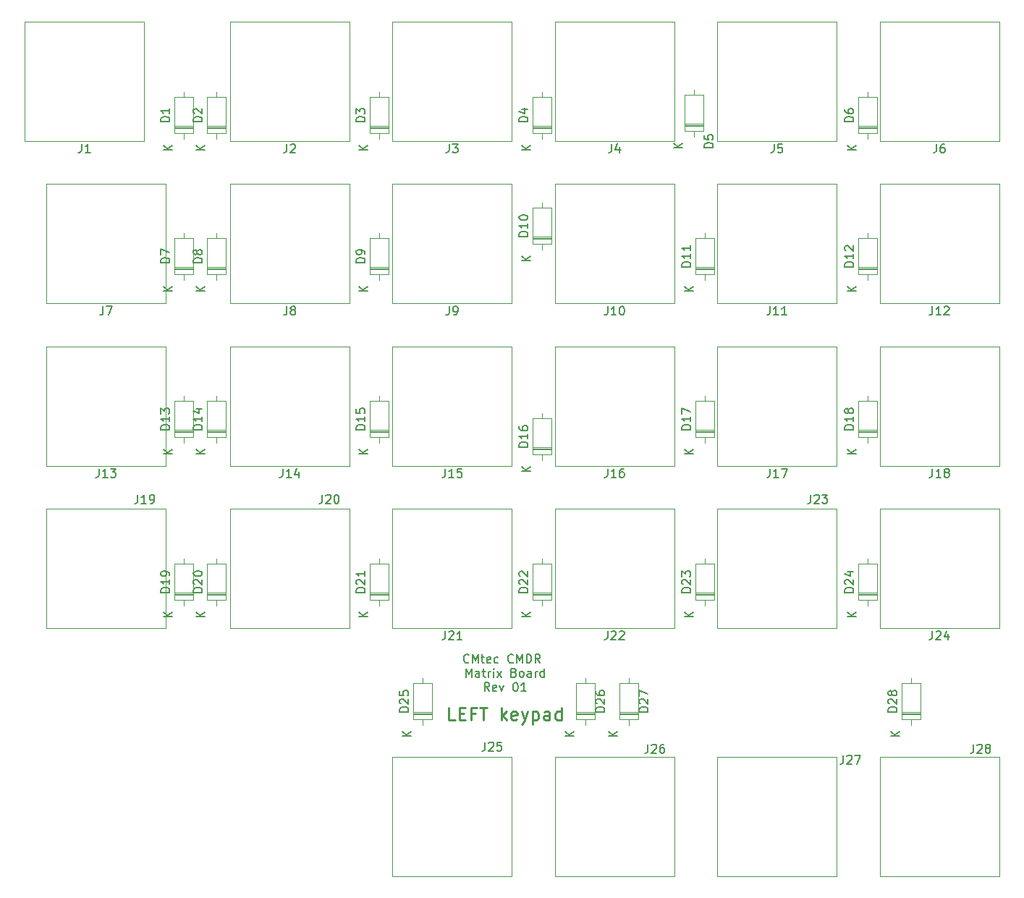
<source format=gto>
G04 #@! TF.GenerationSoftware,KiCad,Pcbnew,5.1.5*
G04 #@! TF.CreationDate,2020-05-30T12:44:14+02:00*
G04 #@! TF.ProjectId,cmdr_matrixboard,636d6472-5f6d-4617-9472-6978626f6172,rev?*
G04 #@! TF.SameCoordinates,Original*
G04 #@! TF.FileFunction,Legend,Top*
G04 #@! TF.FilePolarity,Positive*
%FSLAX46Y46*%
G04 Gerber Fmt 4.6, Leading zero omitted, Abs format (unit mm)*
G04 Created by KiCad (PCBNEW 5.1.5) date 2020-05-30 12:44:14*
%MOMM*%
%LPD*%
G04 APERTURE LIST*
%ADD10C,0.150000*%
%ADD11C,0.250000*%
%ADD12C,0.120000*%
G04 APERTURE END LIST*
D10*
X137493904Y-119865142D02*
X137446285Y-119912761D01*
X137303428Y-119960380D01*
X137208190Y-119960380D01*
X137065333Y-119912761D01*
X136970095Y-119817523D01*
X136922476Y-119722285D01*
X136874857Y-119531809D01*
X136874857Y-119388952D01*
X136922476Y-119198476D01*
X136970095Y-119103238D01*
X137065333Y-119008000D01*
X137208190Y-118960380D01*
X137303428Y-118960380D01*
X137446285Y-119008000D01*
X137493904Y-119055619D01*
X137922476Y-119960380D02*
X137922476Y-118960380D01*
X138255809Y-119674666D01*
X138589142Y-118960380D01*
X138589142Y-119960380D01*
X138922476Y-119293714D02*
X139303428Y-119293714D01*
X139065333Y-118960380D02*
X139065333Y-119817523D01*
X139112952Y-119912761D01*
X139208190Y-119960380D01*
X139303428Y-119960380D01*
X140017714Y-119912761D02*
X139922476Y-119960380D01*
X139732000Y-119960380D01*
X139636761Y-119912761D01*
X139589142Y-119817523D01*
X139589142Y-119436571D01*
X139636761Y-119341333D01*
X139732000Y-119293714D01*
X139922476Y-119293714D01*
X140017714Y-119341333D01*
X140065333Y-119436571D01*
X140065333Y-119531809D01*
X139589142Y-119627047D01*
X140922476Y-119912761D02*
X140827238Y-119960380D01*
X140636761Y-119960380D01*
X140541523Y-119912761D01*
X140493904Y-119865142D01*
X140446285Y-119769904D01*
X140446285Y-119484190D01*
X140493904Y-119388952D01*
X140541523Y-119341333D01*
X140636761Y-119293714D01*
X140827238Y-119293714D01*
X140922476Y-119341333D01*
X142684380Y-119865142D02*
X142636761Y-119912761D01*
X142493904Y-119960380D01*
X142398666Y-119960380D01*
X142255809Y-119912761D01*
X142160571Y-119817523D01*
X142112952Y-119722285D01*
X142065333Y-119531809D01*
X142065333Y-119388952D01*
X142112952Y-119198476D01*
X142160571Y-119103238D01*
X142255809Y-119008000D01*
X142398666Y-118960380D01*
X142493904Y-118960380D01*
X142636761Y-119008000D01*
X142684380Y-119055619D01*
X143112952Y-119960380D02*
X143112952Y-118960380D01*
X143446285Y-119674666D01*
X143779619Y-118960380D01*
X143779619Y-119960380D01*
X144255809Y-119960380D02*
X144255809Y-118960380D01*
X144493904Y-118960380D01*
X144636761Y-119008000D01*
X144732000Y-119103238D01*
X144779619Y-119198476D01*
X144827238Y-119388952D01*
X144827238Y-119531809D01*
X144779619Y-119722285D01*
X144732000Y-119817523D01*
X144636761Y-119912761D01*
X144493904Y-119960380D01*
X144255809Y-119960380D01*
X145827238Y-119960380D02*
X145493904Y-119484190D01*
X145255809Y-119960380D02*
X145255809Y-118960380D01*
X145636761Y-118960380D01*
X145732000Y-119008000D01*
X145779619Y-119055619D01*
X145827238Y-119150857D01*
X145827238Y-119293714D01*
X145779619Y-119388952D01*
X145732000Y-119436571D01*
X145636761Y-119484190D01*
X145255809Y-119484190D01*
X137160571Y-121610380D02*
X137160571Y-120610380D01*
X137493904Y-121324666D01*
X137827238Y-120610380D01*
X137827238Y-121610380D01*
X138732000Y-121610380D02*
X138732000Y-121086571D01*
X138684380Y-120991333D01*
X138589142Y-120943714D01*
X138398666Y-120943714D01*
X138303428Y-120991333D01*
X138732000Y-121562761D02*
X138636761Y-121610380D01*
X138398666Y-121610380D01*
X138303428Y-121562761D01*
X138255809Y-121467523D01*
X138255809Y-121372285D01*
X138303428Y-121277047D01*
X138398666Y-121229428D01*
X138636761Y-121229428D01*
X138732000Y-121181809D01*
X139065333Y-120943714D02*
X139446285Y-120943714D01*
X139208190Y-120610380D02*
X139208190Y-121467523D01*
X139255809Y-121562761D01*
X139351047Y-121610380D01*
X139446285Y-121610380D01*
X139779619Y-121610380D02*
X139779619Y-120943714D01*
X139779619Y-121134190D02*
X139827238Y-121038952D01*
X139874857Y-120991333D01*
X139970095Y-120943714D01*
X140065333Y-120943714D01*
X140398666Y-121610380D02*
X140398666Y-120943714D01*
X140398666Y-120610380D02*
X140351047Y-120658000D01*
X140398666Y-120705619D01*
X140446285Y-120658000D01*
X140398666Y-120610380D01*
X140398666Y-120705619D01*
X140779619Y-121610380D02*
X141303428Y-120943714D01*
X140779619Y-120943714D02*
X141303428Y-121610380D01*
X142779619Y-121086571D02*
X142922476Y-121134190D01*
X142970095Y-121181809D01*
X143017714Y-121277047D01*
X143017714Y-121419904D01*
X142970095Y-121515142D01*
X142922476Y-121562761D01*
X142827238Y-121610380D01*
X142446285Y-121610380D01*
X142446285Y-120610380D01*
X142779619Y-120610380D01*
X142874857Y-120658000D01*
X142922476Y-120705619D01*
X142970095Y-120800857D01*
X142970095Y-120896095D01*
X142922476Y-120991333D01*
X142874857Y-121038952D01*
X142779619Y-121086571D01*
X142446285Y-121086571D01*
X143589142Y-121610380D02*
X143493904Y-121562761D01*
X143446285Y-121515142D01*
X143398666Y-121419904D01*
X143398666Y-121134190D01*
X143446285Y-121038952D01*
X143493904Y-120991333D01*
X143589142Y-120943714D01*
X143732000Y-120943714D01*
X143827238Y-120991333D01*
X143874857Y-121038952D01*
X143922476Y-121134190D01*
X143922476Y-121419904D01*
X143874857Y-121515142D01*
X143827238Y-121562761D01*
X143732000Y-121610380D01*
X143589142Y-121610380D01*
X144779619Y-121610380D02*
X144779619Y-121086571D01*
X144732000Y-120991333D01*
X144636761Y-120943714D01*
X144446285Y-120943714D01*
X144351047Y-120991333D01*
X144779619Y-121562761D02*
X144684380Y-121610380D01*
X144446285Y-121610380D01*
X144351047Y-121562761D01*
X144303428Y-121467523D01*
X144303428Y-121372285D01*
X144351047Y-121277047D01*
X144446285Y-121229428D01*
X144684380Y-121229428D01*
X144779619Y-121181809D01*
X145255809Y-121610380D02*
X145255809Y-120943714D01*
X145255809Y-121134190D02*
X145303428Y-121038952D01*
X145351047Y-120991333D01*
X145446285Y-120943714D01*
X145541523Y-120943714D01*
X146303428Y-121610380D02*
X146303428Y-120610380D01*
X146303428Y-121562761D02*
X146208190Y-121610380D01*
X146017714Y-121610380D01*
X145922476Y-121562761D01*
X145874857Y-121515142D01*
X145827238Y-121419904D01*
X145827238Y-121134190D01*
X145874857Y-121038952D01*
X145922476Y-120991333D01*
X146017714Y-120943714D01*
X146208190Y-120943714D01*
X146303428Y-120991333D01*
X139898666Y-123260380D02*
X139565333Y-122784190D01*
X139327238Y-123260380D02*
X139327238Y-122260380D01*
X139708190Y-122260380D01*
X139803428Y-122308000D01*
X139851047Y-122355619D01*
X139898666Y-122450857D01*
X139898666Y-122593714D01*
X139851047Y-122688952D01*
X139803428Y-122736571D01*
X139708190Y-122784190D01*
X139327238Y-122784190D01*
X140708190Y-123212761D02*
X140612952Y-123260380D01*
X140422476Y-123260380D01*
X140327238Y-123212761D01*
X140279619Y-123117523D01*
X140279619Y-122736571D01*
X140327238Y-122641333D01*
X140422476Y-122593714D01*
X140612952Y-122593714D01*
X140708190Y-122641333D01*
X140755809Y-122736571D01*
X140755809Y-122831809D01*
X140279619Y-122927047D01*
X141089142Y-122593714D02*
X141327238Y-123260380D01*
X141565333Y-122593714D01*
X142898666Y-122260380D02*
X142993904Y-122260380D01*
X143089142Y-122308000D01*
X143136761Y-122355619D01*
X143184380Y-122450857D01*
X143232000Y-122641333D01*
X143232000Y-122879428D01*
X143184380Y-123069904D01*
X143136761Y-123165142D01*
X143089142Y-123212761D01*
X142993904Y-123260380D01*
X142898666Y-123260380D01*
X142803428Y-123212761D01*
X142755809Y-123165142D01*
X142708190Y-123069904D01*
X142660571Y-122879428D01*
X142660571Y-122641333D01*
X142708190Y-122450857D01*
X142755809Y-122355619D01*
X142803428Y-122308000D01*
X142898666Y-122260380D01*
X144184380Y-123260380D02*
X143612952Y-123260380D01*
X143898666Y-123260380D02*
X143898666Y-122260380D01*
X143803428Y-122403238D01*
X143708190Y-122498476D01*
X143612952Y-122546095D01*
D11*
X135874857Y-126662571D02*
X135160571Y-126662571D01*
X135160571Y-125162571D01*
X136374857Y-125876857D02*
X136874857Y-125876857D01*
X137089142Y-126662571D02*
X136374857Y-126662571D01*
X136374857Y-125162571D01*
X137089142Y-125162571D01*
X138232000Y-125876857D02*
X137732000Y-125876857D01*
X137732000Y-126662571D02*
X137732000Y-125162571D01*
X138446285Y-125162571D01*
X138803428Y-125162571D02*
X139660571Y-125162571D01*
X139232000Y-126662571D02*
X139232000Y-125162571D01*
X141303428Y-126662571D02*
X141303428Y-125162571D01*
X141446285Y-126091142D02*
X141874857Y-126662571D01*
X141874857Y-125662571D02*
X141303428Y-126234000D01*
X143089142Y-126591142D02*
X142946285Y-126662571D01*
X142660571Y-126662571D01*
X142517714Y-126591142D01*
X142446285Y-126448285D01*
X142446285Y-125876857D01*
X142517714Y-125734000D01*
X142660571Y-125662571D01*
X142946285Y-125662571D01*
X143089142Y-125734000D01*
X143160571Y-125876857D01*
X143160571Y-126019714D01*
X142446285Y-126162571D01*
X143660571Y-125662571D02*
X144017714Y-126662571D01*
X144374857Y-125662571D02*
X144017714Y-126662571D01*
X143874857Y-127019714D01*
X143803428Y-127091142D01*
X143660571Y-127162571D01*
X144946285Y-125662571D02*
X144946285Y-127162571D01*
X144946285Y-125734000D02*
X145089142Y-125662571D01*
X145374857Y-125662571D01*
X145517714Y-125734000D01*
X145589142Y-125805428D01*
X145660571Y-125948285D01*
X145660571Y-126376857D01*
X145589142Y-126519714D01*
X145517714Y-126591142D01*
X145374857Y-126662571D01*
X145089142Y-126662571D01*
X144946285Y-126591142D01*
X146946285Y-126662571D02*
X146946285Y-125876857D01*
X146874857Y-125734000D01*
X146732000Y-125662571D01*
X146446285Y-125662571D01*
X146303428Y-125734000D01*
X146946285Y-126591142D02*
X146803428Y-126662571D01*
X146446285Y-126662571D01*
X146303428Y-126591142D01*
X146232000Y-126448285D01*
X146232000Y-126305428D01*
X146303428Y-126162571D01*
X146446285Y-126091142D01*
X146803428Y-126091142D01*
X146946285Y-126019714D01*
X148303428Y-126662571D02*
X148303428Y-125162571D01*
X148303428Y-126591142D02*
X148160571Y-126662571D01*
X147874857Y-126662571D01*
X147732000Y-126591142D01*
X147660571Y-126519714D01*
X147589142Y-126376857D01*
X147589142Y-125948285D01*
X147660571Y-125805428D01*
X147732000Y-125734000D01*
X147874857Y-125662571D01*
X148160571Y-125662571D01*
X148303428Y-125734000D01*
D12*
X144930000Y-94992000D02*
X147170000Y-94992000D01*
X144930000Y-94752000D02*
X147170000Y-94752000D01*
X144930000Y-94872000D02*
X147170000Y-94872000D01*
X146050000Y-90702000D02*
X146050000Y-91352000D01*
X146050000Y-96242000D02*
X146050000Y-95592000D01*
X144930000Y-91352000D02*
X144930000Y-95592000D01*
X147170000Y-91352000D02*
X144930000Y-91352000D01*
X147170000Y-95592000D02*
X147170000Y-91352000D01*
X144930000Y-95592000D02*
X147170000Y-95592000D01*
X199525000Y-58905000D02*
X185555000Y-58905000D01*
X185555000Y-58905000D02*
X185555000Y-44935000D01*
X185555000Y-44935000D02*
X199525000Y-44935000D01*
X199525000Y-44935000D02*
X199525000Y-58905000D01*
X161525000Y-144905000D02*
X147555000Y-144905000D01*
X147555000Y-144905000D02*
X147555000Y-130935000D01*
X147555000Y-130935000D02*
X161525000Y-130935000D01*
X161525000Y-130935000D02*
X161525000Y-144905000D01*
X102025000Y-115905000D02*
X88055000Y-115905000D01*
X88055000Y-115905000D02*
X88055000Y-101935000D01*
X88055000Y-101935000D02*
X102025000Y-101935000D01*
X102025000Y-101935000D02*
X102025000Y-115905000D01*
X102025000Y-96905000D02*
X88055000Y-96905000D01*
X88055000Y-96905000D02*
X88055000Y-82935000D01*
X88055000Y-82935000D02*
X102025000Y-82935000D01*
X102025000Y-82935000D02*
X102025000Y-96905000D01*
X102025000Y-77905000D02*
X88055000Y-77905000D01*
X88055000Y-77905000D02*
X88055000Y-63935000D01*
X88055000Y-63935000D02*
X102025000Y-63935000D01*
X102025000Y-63935000D02*
X102025000Y-77905000D01*
X199525000Y-144905000D02*
X185555000Y-144905000D01*
X185555000Y-144905000D02*
X185555000Y-130935000D01*
X185555000Y-130935000D02*
X199525000Y-130935000D01*
X199525000Y-130935000D02*
X199525000Y-144905000D01*
X180525000Y-144905000D02*
X166555000Y-144905000D01*
X166555000Y-144905000D02*
X166555000Y-130935000D01*
X166555000Y-130935000D02*
X180525000Y-130935000D01*
X180525000Y-130935000D02*
X180525000Y-144905000D01*
X142525000Y-144905000D02*
X128555000Y-144905000D01*
X128555000Y-144905000D02*
X128555000Y-130935000D01*
X128555000Y-130935000D02*
X142525000Y-130935000D01*
X142525000Y-130935000D02*
X142525000Y-144905000D01*
X180525000Y-115905000D02*
X166555000Y-115905000D01*
X166555000Y-115905000D02*
X166555000Y-101935000D01*
X166555000Y-101935000D02*
X180525000Y-101935000D01*
X180525000Y-101935000D02*
X180525000Y-115905000D01*
X161525000Y-115905000D02*
X147555000Y-115905000D01*
X147555000Y-115905000D02*
X147555000Y-101935000D01*
X147555000Y-101935000D02*
X161525000Y-101935000D01*
X161525000Y-101935000D02*
X161525000Y-115905000D01*
X142525000Y-115905000D02*
X128555000Y-115905000D01*
X128555000Y-115905000D02*
X128555000Y-101935000D01*
X128555000Y-101935000D02*
X142525000Y-101935000D01*
X142525000Y-101935000D02*
X142525000Y-115905000D01*
X123525000Y-115905000D02*
X109555000Y-115905000D01*
X109555000Y-115905000D02*
X109555000Y-101935000D01*
X109555000Y-101935000D02*
X123525000Y-101935000D01*
X123525000Y-101935000D02*
X123525000Y-115905000D01*
X199525000Y-96905000D02*
X185555000Y-96905000D01*
X185555000Y-96905000D02*
X185555000Y-82935000D01*
X185555000Y-82935000D02*
X199525000Y-82935000D01*
X199525000Y-82935000D02*
X199525000Y-96905000D01*
X180525000Y-96905000D02*
X166555000Y-96905000D01*
X166555000Y-96905000D02*
X166555000Y-82935000D01*
X166555000Y-82935000D02*
X180525000Y-82935000D01*
X180525000Y-82935000D02*
X180525000Y-96905000D01*
X161525000Y-96905000D02*
X147555000Y-96905000D01*
X147555000Y-96905000D02*
X147555000Y-82935000D01*
X147555000Y-82935000D02*
X161525000Y-82935000D01*
X161525000Y-82935000D02*
X161525000Y-96905000D01*
X142525000Y-96905000D02*
X128555000Y-96905000D01*
X128555000Y-96905000D02*
X128555000Y-82935000D01*
X128555000Y-82935000D02*
X142525000Y-82935000D01*
X142525000Y-82935000D02*
X142525000Y-96905000D01*
X123525000Y-96905000D02*
X109555000Y-96905000D01*
X109555000Y-96905000D02*
X109555000Y-82935000D01*
X109555000Y-82935000D02*
X123525000Y-82935000D01*
X123525000Y-82935000D02*
X123525000Y-96905000D01*
X199525000Y-77905000D02*
X185555000Y-77905000D01*
X185555000Y-77905000D02*
X185555000Y-63935000D01*
X185555000Y-63935000D02*
X199525000Y-63935000D01*
X199525000Y-63935000D02*
X199525000Y-77905000D01*
X180525000Y-77905000D02*
X166555000Y-77905000D01*
X166555000Y-77905000D02*
X166555000Y-63935000D01*
X166555000Y-63935000D02*
X180525000Y-63935000D01*
X180525000Y-63935000D02*
X180525000Y-77905000D01*
X161525000Y-77905000D02*
X147555000Y-77905000D01*
X147555000Y-77905000D02*
X147555000Y-63935000D01*
X147555000Y-63935000D02*
X161525000Y-63935000D01*
X161525000Y-63935000D02*
X161525000Y-77905000D01*
X142525000Y-77905000D02*
X128555000Y-77905000D01*
X128555000Y-77905000D02*
X128555000Y-63935000D01*
X128555000Y-63935000D02*
X142525000Y-63935000D01*
X142525000Y-63935000D02*
X142525000Y-77905000D01*
X123525000Y-77905000D02*
X109555000Y-77905000D01*
X109555000Y-77905000D02*
X109555000Y-63935000D01*
X109555000Y-63935000D02*
X123525000Y-63935000D01*
X123525000Y-63935000D02*
X123525000Y-77905000D01*
X180525000Y-58905000D02*
X166555000Y-58905000D01*
X166555000Y-58905000D02*
X166555000Y-44935000D01*
X166555000Y-44935000D02*
X180525000Y-44935000D01*
X180525000Y-44935000D02*
X180525000Y-58905000D01*
X161525000Y-58905000D02*
X147555000Y-58905000D01*
X147555000Y-58905000D02*
X147555000Y-44935000D01*
X147555000Y-44935000D02*
X161525000Y-44935000D01*
X161525000Y-44935000D02*
X161525000Y-58905000D01*
X142525000Y-58905000D02*
X128555000Y-58905000D01*
X128555000Y-58905000D02*
X128555000Y-44935000D01*
X128555000Y-44935000D02*
X142525000Y-44935000D01*
X142525000Y-44935000D02*
X142525000Y-58905000D01*
X123525000Y-58905000D02*
X109555000Y-58905000D01*
X109555000Y-58905000D02*
X109555000Y-44935000D01*
X109555000Y-44935000D02*
X123525000Y-44935000D01*
X123525000Y-44935000D02*
X123525000Y-58905000D01*
X99525000Y-58905000D02*
X85555000Y-58905000D01*
X85555000Y-58905000D02*
X85555000Y-44935000D01*
X85555000Y-44935000D02*
X99525000Y-44935000D01*
X99525000Y-44935000D02*
X99525000Y-58905000D01*
X199525000Y-115905000D02*
X185555000Y-115905000D01*
X185555000Y-115905000D02*
X185555000Y-101935000D01*
X185555000Y-101935000D02*
X199525000Y-101935000D01*
X199525000Y-101935000D02*
X199525000Y-115905000D01*
X188110000Y-125980000D02*
X190350000Y-125980000D01*
X188110000Y-125740000D02*
X190350000Y-125740000D01*
X188110000Y-125860000D02*
X190350000Y-125860000D01*
X189230000Y-121690000D02*
X189230000Y-122340000D01*
X189230000Y-127230000D02*
X189230000Y-126580000D01*
X188110000Y-122340000D02*
X188110000Y-126580000D01*
X190350000Y-122340000D02*
X188110000Y-122340000D01*
X190350000Y-126580000D02*
X190350000Y-122340000D01*
X188110000Y-126580000D02*
X190350000Y-126580000D01*
X155090000Y-125980000D02*
X157330000Y-125980000D01*
X155090000Y-125740000D02*
X157330000Y-125740000D01*
X155090000Y-125860000D02*
X157330000Y-125860000D01*
X156210000Y-121690000D02*
X156210000Y-122340000D01*
X156210000Y-127230000D02*
X156210000Y-126580000D01*
X155090000Y-122340000D02*
X155090000Y-126580000D01*
X157330000Y-122340000D02*
X155090000Y-122340000D01*
X157330000Y-126580000D02*
X157330000Y-122340000D01*
X155090000Y-126580000D02*
X157330000Y-126580000D01*
X150010000Y-125980000D02*
X152250000Y-125980000D01*
X150010000Y-125740000D02*
X152250000Y-125740000D01*
X150010000Y-125860000D02*
X152250000Y-125860000D01*
X151130000Y-121690000D02*
X151130000Y-122340000D01*
X151130000Y-127230000D02*
X151130000Y-126580000D01*
X150010000Y-122340000D02*
X150010000Y-126580000D01*
X152250000Y-122340000D02*
X150010000Y-122340000D01*
X152250000Y-126580000D02*
X152250000Y-122340000D01*
X150010000Y-126580000D02*
X152250000Y-126580000D01*
X130960000Y-125980000D02*
X133200000Y-125980000D01*
X130960000Y-125740000D02*
X133200000Y-125740000D01*
X130960000Y-125860000D02*
X133200000Y-125860000D01*
X132080000Y-121690000D02*
X132080000Y-122340000D01*
X132080000Y-127230000D02*
X132080000Y-126580000D01*
X130960000Y-122340000D02*
X130960000Y-126580000D01*
X133200000Y-122340000D02*
X130960000Y-122340000D01*
X133200000Y-126580000D02*
X133200000Y-122340000D01*
X130960000Y-126580000D02*
X133200000Y-126580000D01*
X183030000Y-112010000D02*
X185270000Y-112010000D01*
X183030000Y-111770000D02*
X185270000Y-111770000D01*
X183030000Y-111890000D02*
X185270000Y-111890000D01*
X184150000Y-107720000D02*
X184150000Y-108370000D01*
X184150000Y-113260000D02*
X184150000Y-112610000D01*
X183030000Y-108370000D02*
X183030000Y-112610000D01*
X185270000Y-108370000D02*
X183030000Y-108370000D01*
X185270000Y-112610000D02*
X185270000Y-108370000D01*
X183030000Y-112610000D02*
X185270000Y-112610000D01*
X163980000Y-112010000D02*
X166220000Y-112010000D01*
X163980000Y-111770000D02*
X166220000Y-111770000D01*
X163980000Y-111890000D02*
X166220000Y-111890000D01*
X165100000Y-107720000D02*
X165100000Y-108370000D01*
X165100000Y-113260000D02*
X165100000Y-112610000D01*
X163980000Y-108370000D02*
X163980000Y-112610000D01*
X166220000Y-108370000D02*
X163980000Y-108370000D01*
X166220000Y-112610000D02*
X166220000Y-108370000D01*
X163980000Y-112610000D02*
X166220000Y-112610000D01*
X144930000Y-112010000D02*
X147170000Y-112010000D01*
X144930000Y-111770000D02*
X147170000Y-111770000D01*
X144930000Y-111890000D02*
X147170000Y-111890000D01*
X146050000Y-107720000D02*
X146050000Y-108370000D01*
X146050000Y-113260000D02*
X146050000Y-112610000D01*
X144930000Y-108370000D02*
X144930000Y-112610000D01*
X147170000Y-108370000D02*
X144930000Y-108370000D01*
X147170000Y-112610000D02*
X147170000Y-108370000D01*
X144930000Y-112610000D02*
X147170000Y-112610000D01*
X125880000Y-112010000D02*
X128120000Y-112010000D01*
X125880000Y-111770000D02*
X128120000Y-111770000D01*
X125880000Y-111890000D02*
X128120000Y-111890000D01*
X127000000Y-107720000D02*
X127000000Y-108370000D01*
X127000000Y-113260000D02*
X127000000Y-112610000D01*
X125880000Y-108370000D02*
X125880000Y-112610000D01*
X128120000Y-108370000D02*
X125880000Y-108370000D01*
X128120000Y-112610000D02*
X128120000Y-108370000D01*
X125880000Y-112610000D02*
X128120000Y-112610000D01*
X106830000Y-112010000D02*
X109070000Y-112010000D01*
X106830000Y-111770000D02*
X109070000Y-111770000D01*
X106830000Y-111890000D02*
X109070000Y-111890000D01*
X107950000Y-107720000D02*
X107950000Y-108370000D01*
X107950000Y-113260000D02*
X107950000Y-112610000D01*
X106830000Y-108370000D02*
X106830000Y-112610000D01*
X109070000Y-108370000D02*
X106830000Y-108370000D01*
X109070000Y-112610000D02*
X109070000Y-108370000D01*
X106830000Y-112610000D02*
X109070000Y-112610000D01*
X103020000Y-112010000D02*
X105260000Y-112010000D01*
X103020000Y-111770000D02*
X105260000Y-111770000D01*
X103020000Y-111890000D02*
X105260000Y-111890000D01*
X104140000Y-107720000D02*
X104140000Y-108370000D01*
X104140000Y-113260000D02*
X104140000Y-112610000D01*
X103020000Y-108370000D02*
X103020000Y-112610000D01*
X105260000Y-108370000D02*
X103020000Y-108370000D01*
X105260000Y-112610000D02*
X105260000Y-108370000D01*
X103020000Y-112610000D02*
X105260000Y-112610000D01*
X183030000Y-92960000D02*
X185270000Y-92960000D01*
X183030000Y-92720000D02*
X185270000Y-92720000D01*
X183030000Y-92840000D02*
X185270000Y-92840000D01*
X184150000Y-88670000D02*
X184150000Y-89320000D01*
X184150000Y-94210000D02*
X184150000Y-93560000D01*
X183030000Y-89320000D02*
X183030000Y-93560000D01*
X185270000Y-89320000D02*
X183030000Y-89320000D01*
X185270000Y-93560000D02*
X185270000Y-89320000D01*
X183030000Y-93560000D02*
X185270000Y-93560000D01*
X163980000Y-92960000D02*
X166220000Y-92960000D01*
X163980000Y-92720000D02*
X166220000Y-92720000D01*
X163980000Y-92840000D02*
X166220000Y-92840000D01*
X165100000Y-88670000D02*
X165100000Y-89320000D01*
X165100000Y-94210000D02*
X165100000Y-93560000D01*
X163980000Y-89320000D02*
X163980000Y-93560000D01*
X166220000Y-89320000D02*
X163980000Y-89320000D01*
X166220000Y-93560000D02*
X166220000Y-89320000D01*
X163980000Y-93560000D02*
X166220000Y-93560000D01*
X125880000Y-92960000D02*
X128120000Y-92960000D01*
X125880000Y-92720000D02*
X128120000Y-92720000D01*
X125880000Y-92840000D02*
X128120000Y-92840000D01*
X127000000Y-88670000D02*
X127000000Y-89320000D01*
X127000000Y-94210000D02*
X127000000Y-93560000D01*
X125880000Y-89320000D02*
X125880000Y-93560000D01*
X128120000Y-89320000D02*
X125880000Y-89320000D01*
X128120000Y-93560000D02*
X128120000Y-89320000D01*
X125880000Y-93560000D02*
X128120000Y-93560000D01*
X106830000Y-92960000D02*
X109070000Y-92960000D01*
X106830000Y-92720000D02*
X109070000Y-92720000D01*
X106830000Y-92840000D02*
X109070000Y-92840000D01*
X107950000Y-88670000D02*
X107950000Y-89320000D01*
X107950000Y-94210000D02*
X107950000Y-93560000D01*
X106830000Y-89320000D02*
X106830000Y-93560000D01*
X109070000Y-89320000D02*
X106830000Y-89320000D01*
X109070000Y-93560000D02*
X109070000Y-89320000D01*
X106830000Y-93560000D02*
X109070000Y-93560000D01*
X103020000Y-92960000D02*
X105260000Y-92960000D01*
X103020000Y-92720000D02*
X105260000Y-92720000D01*
X103020000Y-92840000D02*
X105260000Y-92840000D01*
X104140000Y-88670000D02*
X104140000Y-89320000D01*
X104140000Y-94210000D02*
X104140000Y-93560000D01*
X103020000Y-89320000D02*
X103020000Y-93560000D01*
X105260000Y-89320000D02*
X103020000Y-89320000D01*
X105260000Y-93560000D02*
X105260000Y-89320000D01*
X103020000Y-93560000D02*
X105260000Y-93560000D01*
X183030000Y-73910000D02*
X185270000Y-73910000D01*
X183030000Y-73670000D02*
X185270000Y-73670000D01*
X183030000Y-73790000D02*
X185270000Y-73790000D01*
X184150000Y-69620000D02*
X184150000Y-70270000D01*
X184150000Y-75160000D02*
X184150000Y-74510000D01*
X183030000Y-70270000D02*
X183030000Y-74510000D01*
X185270000Y-70270000D02*
X183030000Y-70270000D01*
X185270000Y-74510000D02*
X185270000Y-70270000D01*
X183030000Y-74510000D02*
X185270000Y-74510000D01*
X163980000Y-73910000D02*
X166220000Y-73910000D01*
X163980000Y-73670000D02*
X166220000Y-73670000D01*
X163980000Y-73790000D02*
X166220000Y-73790000D01*
X165100000Y-69620000D02*
X165100000Y-70270000D01*
X165100000Y-75160000D02*
X165100000Y-74510000D01*
X163980000Y-70270000D02*
X163980000Y-74510000D01*
X166220000Y-70270000D02*
X163980000Y-70270000D01*
X166220000Y-74510000D02*
X166220000Y-70270000D01*
X163980000Y-74510000D02*
X166220000Y-74510000D01*
X144930000Y-70354000D02*
X147170000Y-70354000D01*
X144930000Y-70114000D02*
X147170000Y-70114000D01*
X144930000Y-70234000D02*
X147170000Y-70234000D01*
X146050000Y-66064000D02*
X146050000Y-66714000D01*
X146050000Y-71604000D02*
X146050000Y-70954000D01*
X144930000Y-66714000D02*
X144930000Y-70954000D01*
X147170000Y-66714000D02*
X144930000Y-66714000D01*
X147170000Y-70954000D02*
X147170000Y-66714000D01*
X144930000Y-70954000D02*
X147170000Y-70954000D01*
X125880000Y-73910000D02*
X128120000Y-73910000D01*
X125880000Y-73670000D02*
X128120000Y-73670000D01*
X125880000Y-73790000D02*
X128120000Y-73790000D01*
X127000000Y-69620000D02*
X127000000Y-70270000D01*
X127000000Y-75160000D02*
X127000000Y-74510000D01*
X125880000Y-70270000D02*
X125880000Y-74510000D01*
X128120000Y-70270000D02*
X125880000Y-70270000D01*
X128120000Y-74510000D02*
X128120000Y-70270000D01*
X125880000Y-74510000D02*
X128120000Y-74510000D01*
X106830000Y-73910000D02*
X109070000Y-73910000D01*
X106830000Y-73670000D02*
X109070000Y-73670000D01*
X106830000Y-73790000D02*
X109070000Y-73790000D01*
X107950000Y-69620000D02*
X107950000Y-70270000D01*
X107950000Y-75160000D02*
X107950000Y-74510000D01*
X106830000Y-70270000D02*
X106830000Y-74510000D01*
X109070000Y-70270000D02*
X106830000Y-70270000D01*
X109070000Y-74510000D02*
X109070000Y-70270000D01*
X106830000Y-74510000D02*
X109070000Y-74510000D01*
X103020000Y-73910000D02*
X105260000Y-73910000D01*
X103020000Y-73670000D02*
X105260000Y-73670000D01*
X103020000Y-73790000D02*
X105260000Y-73790000D01*
X104140000Y-69620000D02*
X104140000Y-70270000D01*
X104140000Y-75160000D02*
X104140000Y-74510000D01*
X103020000Y-70270000D02*
X103020000Y-74510000D01*
X105260000Y-70270000D02*
X103020000Y-70270000D01*
X105260000Y-74510000D02*
X105260000Y-70270000D01*
X103020000Y-74510000D02*
X105260000Y-74510000D01*
X183030000Y-57400000D02*
X185270000Y-57400000D01*
X183030000Y-57160000D02*
X185270000Y-57160000D01*
X183030000Y-57280000D02*
X185270000Y-57280000D01*
X184150000Y-53110000D02*
X184150000Y-53760000D01*
X184150000Y-58650000D02*
X184150000Y-58000000D01*
X183030000Y-53760000D02*
X183030000Y-58000000D01*
X185270000Y-53760000D02*
X183030000Y-53760000D01*
X185270000Y-58000000D02*
X185270000Y-53760000D01*
X183030000Y-58000000D02*
X185270000Y-58000000D01*
X162710000Y-57146000D02*
X164950000Y-57146000D01*
X162710000Y-56906000D02*
X164950000Y-56906000D01*
X162710000Y-57026000D02*
X164950000Y-57026000D01*
X163830000Y-52856000D02*
X163830000Y-53506000D01*
X163830000Y-58396000D02*
X163830000Y-57746000D01*
X162710000Y-53506000D02*
X162710000Y-57746000D01*
X164950000Y-53506000D02*
X162710000Y-53506000D01*
X164950000Y-57746000D02*
X164950000Y-53506000D01*
X162710000Y-57746000D02*
X164950000Y-57746000D01*
X144930000Y-57400000D02*
X147170000Y-57400000D01*
X144930000Y-57160000D02*
X147170000Y-57160000D01*
X144930000Y-57280000D02*
X147170000Y-57280000D01*
X146050000Y-53110000D02*
X146050000Y-53760000D01*
X146050000Y-58650000D02*
X146050000Y-58000000D01*
X144930000Y-53760000D02*
X144930000Y-58000000D01*
X147170000Y-53760000D02*
X144930000Y-53760000D01*
X147170000Y-58000000D02*
X147170000Y-53760000D01*
X144930000Y-58000000D02*
X147170000Y-58000000D01*
X125880000Y-57400000D02*
X128120000Y-57400000D01*
X125880000Y-57160000D02*
X128120000Y-57160000D01*
X125880000Y-57280000D02*
X128120000Y-57280000D01*
X127000000Y-53110000D02*
X127000000Y-53760000D01*
X127000000Y-58650000D02*
X127000000Y-58000000D01*
X125880000Y-53760000D02*
X125880000Y-58000000D01*
X128120000Y-53760000D02*
X125880000Y-53760000D01*
X128120000Y-58000000D02*
X128120000Y-53760000D01*
X125880000Y-58000000D02*
X128120000Y-58000000D01*
X106830000Y-57400000D02*
X109070000Y-57400000D01*
X106830000Y-57160000D02*
X109070000Y-57160000D01*
X106830000Y-57280000D02*
X109070000Y-57280000D01*
X107950000Y-53110000D02*
X107950000Y-53760000D01*
X107950000Y-58650000D02*
X107950000Y-58000000D01*
X106830000Y-53760000D02*
X106830000Y-58000000D01*
X109070000Y-53760000D02*
X106830000Y-53760000D01*
X109070000Y-58000000D02*
X109070000Y-53760000D01*
X106830000Y-58000000D02*
X109070000Y-58000000D01*
X103020000Y-57400000D02*
X105260000Y-57400000D01*
X103020000Y-57160000D02*
X105260000Y-57160000D01*
X103020000Y-57280000D02*
X105260000Y-57280000D01*
X104140000Y-53110000D02*
X104140000Y-53760000D01*
X104140000Y-58650000D02*
X104140000Y-58000000D01*
X103020000Y-53760000D02*
X103020000Y-58000000D01*
X105260000Y-53760000D02*
X103020000Y-53760000D01*
X105260000Y-58000000D02*
X105260000Y-53760000D01*
X103020000Y-58000000D02*
X105260000Y-58000000D01*
D10*
X144382380Y-94686285D02*
X143382380Y-94686285D01*
X143382380Y-94448190D01*
X143430000Y-94305333D01*
X143525238Y-94210095D01*
X143620476Y-94162476D01*
X143810952Y-94114857D01*
X143953809Y-94114857D01*
X144144285Y-94162476D01*
X144239523Y-94210095D01*
X144334761Y-94305333D01*
X144382380Y-94448190D01*
X144382380Y-94686285D01*
X144382380Y-93162476D02*
X144382380Y-93733904D01*
X144382380Y-93448190D02*
X143382380Y-93448190D01*
X143525238Y-93543428D01*
X143620476Y-93638666D01*
X143668095Y-93733904D01*
X143382380Y-92305333D02*
X143382380Y-92495809D01*
X143430000Y-92591047D01*
X143477619Y-92638666D01*
X143620476Y-92733904D01*
X143810952Y-92781523D01*
X144191904Y-92781523D01*
X144287142Y-92733904D01*
X144334761Y-92686285D01*
X144382380Y-92591047D01*
X144382380Y-92400571D01*
X144334761Y-92305333D01*
X144287142Y-92257714D01*
X144191904Y-92210095D01*
X143953809Y-92210095D01*
X143858571Y-92257714D01*
X143810952Y-92305333D01*
X143763333Y-92400571D01*
X143763333Y-92591047D01*
X143810952Y-92686285D01*
X143858571Y-92733904D01*
X143953809Y-92781523D01*
X144702380Y-97543904D02*
X143702380Y-97543904D01*
X144702380Y-96972476D02*
X144130952Y-97401047D01*
X143702380Y-96972476D02*
X144273809Y-97543904D01*
X192206666Y-59246380D02*
X192206666Y-59960666D01*
X192159047Y-60103523D01*
X192063809Y-60198761D01*
X191920952Y-60246380D01*
X191825714Y-60246380D01*
X193111428Y-59246380D02*
X192920952Y-59246380D01*
X192825714Y-59294000D01*
X192778095Y-59341619D01*
X192682857Y-59484476D01*
X192635238Y-59674952D01*
X192635238Y-60055904D01*
X192682857Y-60151142D01*
X192730476Y-60198761D01*
X192825714Y-60246380D01*
X193016190Y-60246380D01*
X193111428Y-60198761D01*
X193159047Y-60151142D01*
X193206666Y-60055904D01*
X193206666Y-59817809D01*
X193159047Y-59722571D01*
X193111428Y-59674952D01*
X193016190Y-59627333D01*
X192825714Y-59627333D01*
X192730476Y-59674952D01*
X192682857Y-59722571D01*
X192635238Y-59817809D01*
X158448476Y-129500380D02*
X158448476Y-130214666D01*
X158400857Y-130357523D01*
X158305619Y-130452761D01*
X158162761Y-130500380D01*
X158067523Y-130500380D01*
X158877047Y-129595619D02*
X158924666Y-129548000D01*
X159019904Y-129500380D01*
X159258000Y-129500380D01*
X159353238Y-129548000D01*
X159400857Y-129595619D01*
X159448476Y-129690857D01*
X159448476Y-129786095D01*
X159400857Y-129928952D01*
X158829428Y-130500380D01*
X159448476Y-130500380D01*
X160305619Y-129500380D02*
X160115142Y-129500380D01*
X160019904Y-129548000D01*
X159972285Y-129595619D01*
X159877047Y-129738476D01*
X159829428Y-129928952D01*
X159829428Y-130309904D01*
X159877047Y-130405142D01*
X159924666Y-130452761D01*
X160019904Y-130500380D01*
X160210380Y-130500380D01*
X160305619Y-130452761D01*
X160353238Y-130405142D01*
X160400857Y-130309904D01*
X160400857Y-130071809D01*
X160353238Y-129976571D01*
X160305619Y-129928952D01*
X160210380Y-129881333D01*
X160019904Y-129881333D01*
X159924666Y-129928952D01*
X159877047Y-129976571D01*
X159829428Y-130071809D01*
X98758476Y-100290380D02*
X98758476Y-101004666D01*
X98710857Y-101147523D01*
X98615619Y-101242761D01*
X98472761Y-101290380D01*
X98377523Y-101290380D01*
X99758476Y-101290380D02*
X99187047Y-101290380D01*
X99472761Y-101290380D02*
X99472761Y-100290380D01*
X99377523Y-100433238D01*
X99282285Y-100528476D01*
X99187047Y-100576095D01*
X100234666Y-101290380D02*
X100425142Y-101290380D01*
X100520380Y-101242761D01*
X100568000Y-101195142D01*
X100663238Y-101052285D01*
X100710857Y-100861809D01*
X100710857Y-100480857D01*
X100663238Y-100385619D01*
X100615619Y-100338000D01*
X100520380Y-100290380D01*
X100329904Y-100290380D01*
X100234666Y-100338000D01*
X100187047Y-100385619D01*
X100139428Y-100480857D01*
X100139428Y-100718952D01*
X100187047Y-100814190D01*
X100234666Y-100861809D01*
X100329904Y-100909428D01*
X100520380Y-100909428D01*
X100615619Y-100861809D01*
X100663238Y-100814190D01*
X100710857Y-100718952D01*
X94230476Y-97246380D02*
X94230476Y-97960666D01*
X94182857Y-98103523D01*
X94087619Y-98198761D01*
X93944761Y-98246380D01*
X93849523Y-98246380D01*
X95230476Y-98246380D02*
X94659047Y-98246380D01*
X94944761Y-98246380D02*
X94944761Y-97246380D01*
X94849523Y-97389238D01*
X94754285Y-97484476D01*
X94659047Y-97532095D01*
X95563809Y-97246380D02*
X96182857Y-97246380D01*
X95849523Y-97627333D01*
X95992380Y-97627333D01*
X96087619Y-97674952D01*
X96135238Y-97722571D01*
X96182857Y-97817809D01*
X96182857Y-98055904D01*
X96135238Y-98151142D01*
X96087619Y-98198761D01*
X95992380Y-98246380D01*
X95706666Y-98246380D01*
X95611428Y-98198761D01*
X95563809Y-98151142D01*
X94706666Y-78246380D02*
X94706666Y-78960666D01*
X94659047Y-79103523D01*
X94563809Y-79198761D01*
X94420952Y-79246380D01*
X94325714Y-79246380D01*
X95087619Y-78246380D02*
X95754285Y-78246380D01*
X95325714Y-79246380D01*
X196548476Y-129500380D02*
X196548476Y-130214666D01*
X196500857Y-130357523D01*
X196405619Y-130452761D01*
X196262761Y-130500380D01*
X196167523Y-130500380D01*
X196977047Y-129595619D02*
X197024666Y-129548000D01*
X197119904Y-129500380D01*
X197358000Y-129500380D01*
X197453238Y-129548000D01*
X197500857Y-129595619D01*
X197548476Y-129690857D01*
X197548476Y-129786095D01*
X197500857Y-129928952D01*
X196929428Y-130500380D01*
X197548476Y-130500380D01*
X198119904Y-129928952D02*
X198024666Y-129881333D01*
X197977047Y-129833714D01*
X197929428Y-129738476D01*
X197929428Y-129690857D01*
X197977047Y-129595619D01*
X198024666Y-129548000D01*
X198119904Y-129500380D01*
X198310380Y-129500380D01*
X198405619Y-129548000D01*
X198453238Y-129595619D01*
X198500857Y-129690857D01*
X198500857Y-129738476D01*
X198453238Y-129833714D01*
X198405619Y-129881333D01*
X198310380Y-129928952D01*
X198119904Y-129928952D01*
X198024666Y-129976571D01*
X197977047Y-130024190D01*
X197929428Y-130119428D01*
X197929428Y-130309904D01*
X197977047Y-130405142D01*
X198024666Y-130452761D01*
X198119904Y-130500380D01*
X198310380Y-130500380D01*
X198405619Y-130452761D01*
X198453238Y-130405142D01*
X198500857Y-130309904D01*
X198500857Y-130119428D01*
X198453238Y-130024190D01*
X198405619Y-129976571D01*
X198310380Y-129928952D01*
X181308476Y-130770380D02*
X181308476Y-131484666D01*
X181260857Y-131627523D01*
X181165619Y-131722761D01*
X181022761Y-131770380D01*
X180927523Y-131770380D01*
X181737047Y-130865619D02*
X181784666Y-130818000D01*
X181879904Y-130770380D01*
X182118000Y-130770380D01*
X182213238Y-130818000D01*
X182260857Y-130865619D01*
X182308476Y-130960857D01*
X182308476Y-131056095D01*
X182260857Y-131198952D01*
X181689428Y-131770380D01*
X182308476Y-131770380D01*
X182641809Y-130770380D02*
X183308476Y-130770380D01*
X182879904Y-131770380D01*
X139398476Y-129246380D02*
X139398476Y-129960666D01*
X139350857Y-130103523D01*
X139255619Y-130198761D01*
X139112761Y-130246380D01*
X139017523Y-130246380D01*
X139827047Y-129341619D02*
X139874666Y-129294000D01*
X139969904Y-129246380D01*
X140208000Y-129246380D01*
X140303238Y-129294000D01*
X140350857Y-129341619D01*
X140398476Y-129436857D01*
X140398476Y-129532095D01*
X140350857Y-129674952D01*
X139779428Y-130246380D01*
X140398476Y-130246380D01*
X141303238Y-129246380D02*
X140827047Y-129246380D01*
X140779428Y-129722571D01*
X140827047Y-129674952D01*
X140922285Y-129627333D01*
X141160380Y-129627333D01*
X141255619Y-129674952D01*
X141303238Y-129722571D01*
X141350857Y-129817809D01*
X141350857Y-130055904D01*
X141303238Y-130151142D01*
X141255619Y-130198761D01*
X141160380Y-130246380D01*
X140922285Y-130246380D01*
X140827047Y-130198761D01*
X140779428Y-130151142D01*
X177498476Y-100290380D02*
X177498476Y-101004666D01*
X177450857Y-101147523D01*
X177355619Y-101242761D01*
X177212761Y-101290380D01*
X177117523Y-101290380D01*
X177927047Y-100385619D02*
X177974666Y-100338000D01*
X178069904Y-100290380D01*
X178308000Y-100290380D01*
X178403238Y-100338000D01*
X178450857Y-100385619D01*
X178498476Y-100480857D01*
X178498476Y-100576095D01*
X178450857Y-100718952D01*
X177879428Y-101290380D01*
X178498476Y-101290380D01*
X178831809Y-100290380D02*
X179450857Y-100290380D01*
X179117523Y-100671333D01*
X179260380Y-100671333D01*
X179355619Y-100718952D01*
X179403238Y-100766571D01*
X179450857Y-100861809D01*
X179450857Y-101099904D01*
X179403238Y-101195142D01*
X179355619Y-101242761D01*
X179260380Y-101290380D01*
X178974666Y-101290380D01*
X178879428Y-101242761D01*
X178831809Y-101195142D01*
X153730476Y-116246380D02*
X153730476Y-116960666D01*
X153682857Y-117103523D01*
X153587619Y-117198761D01*
X153444761Y-117246380D01*
X153349523Y-117246380D01*
X154159047Y-116341619D02*
X154206666Y-116294000D01*
X154301904Y-116246380D01*
X154540000Y-116246380D01*
X154635238Y-116294000D01*
X154682857Y-116341619D01*
X154730476Y-116436857D01*
X154730476Y-116532095D01*
X154682857Y-116674952D01*
X154111428Y-117246380D01*
X154730476Y-117246380D01*
X155111428Y-116341619D02*
X155159047Y-116294000D01*
X155254285Y-116246380D01*
X155492380Y-116246380D01*
X155587619Y-116294000D01*
X155635238Y-116341619D01*
X155682857Y-116436857D01*
X155682857Y-116532095D01*
X155635238Y-116674952D01*
X155063809Y-117246380D01*
X155682857Y-117246380D01*
X134730476Y-116246380D02*
X134730476Y-116960666D01*
X134682857Y-117103523D01*
X134587619Y-117198761D01*
X134444761Y-117246380D01*
X134349523Y-117246380D01*
X135159047Y-116341619D02*
X135206666Y-116294000D01*
X135301904Y-116246380D01*
X135540000Y-116246380D01*
X135635238Y-116294000D01*
X135682857Y-116341619D01*
X135730476Y-116436857D01*
X135730476Y-116532095D01*
X135682857Y-116674952D01*
X135111428Y-117246380D01*
X135730476Y-117246380D01*
X136682857Y-117246380D02*
X136111428Y-117246380D01*
X136397142Y-117246380D02*
X136397142Y-116246380D01*
X136301904Y-116389238D01*
X136206666Y-116484476D01*
X136111428Y-116532095D01*
X120348476Y-100290380D02*
X120348476Y-101004666D01*
X120300857Y-101147523D01*
X120205619Y-101242761D01*
X120062761Y-101290380D01*
X119967523Y-101290380D01*
X120777047Y-100385619D02*
X120824666Y-100338000D01*
X120919904Y-100290380D01*
X121158000Y-100290380D01*
X121253238Y-100338000D01*
X121300857Y-100385619D01*
X121348476Y-100480857D01*
X121348476Y-100576095D01*
X121300857Y-100718952D01*
X120729428Y-101290380D01*
X121348476Y-101290380D01*
X121967523Y-100290380D02*
X122062761Y-100290380D01*
X122158000Y-100338000D01*
X122205619Y-100385619D01*
X122253238Y-100480857D01*
X122300857Y-100671333D01*
X122300857Y-100909428D01*
X122253238Y-101099904D01*
X122205619Y-101195142D01*
X122158000Y-101242761D01*
X122062761Y-101290380D01*
X121967523Y-101290380D01*
X121872285Y-101242761D01*
X121824666Y-101195142D01*
X121777047Y-101099904D01*
X121729428Y-100909428D01*
X121729428Y-100671333D01*
X121777047Y-100480857D01*
X121824666Y-100385619D01*
X121872285Y-100338000D01*
X121967523Y-100290380D01*
X191730476Y-97246380D02*
X191730476Y-97960666D01*
X191682857Y-98103523D01*
X191587619Y-98198761D01*
X191444761Y-98246380D01*
X191349523Y-98246380D01*
X192730476Y-98246380D02*
X192159047Y-98246380D01*
X192444761Y-98246380D02*
X192444761Y-97246380D01*
X192349523Y-97389238D01*
X192254285Y-97484476D01*
X192159047Y-97532095D01*
X193301904Y-97674952D02*
X193206666Y-97627333D01*
X193159047Y-97579714D01*
X193111428Y-97484476D01*
X193111428Y-97436857D01*
X193159047Y-97341619D01*
X193206666Y-97294000D01*
X193301904Y-97246380D01*
X193492380Y-97246380D01*
X193587619Y-97294000D01*
X193635238Y-97341619D01*
X193682857Y-97436857D01*
X193682857Y-97484476D01*
X193635238Y-97579714D01*
X193587619Y-97627333D01*
X193492380Y-97674952D01*
X193301904Y-97674952D01*
X193206666Y-97722571D01*
X193159047Y-97770190D01*
X193111428Y-97865428D01*
X193111428Y-98055904D01*
X193159047Y-98151142D01*
X193206666Y-98198761D01*
X193301904Y-98246380D01*
X193492380Y-98246380D01*
X193587619Y-98198761D01*
X193635238Y-98151142D01*
X193682857Y-98055904D01*
X193682857Y-97865428D01*
X193635238Y-97770190D01*
X193587619Y-97722571D01*
X193492380Y-97674952D01*
X172730476Y-97246380D02*
X172730476Y-97960666D01*
X172682857Y-98103523D01*
X172587619Y-98198761D01*
X172444761Y-98246380D01*
X172349523Y-98246380D01*
X173730476Y-98246380D02*
X173159047Y-98246380D01*
X173444761Y-98246380D02*
X173444761Y-97246380D01*
X173349523Y-97389238D01*
X173254285Y-97484476D01*
X173159047Y-97532095D01*
X174063809Y-97246380D02*
X174730476Y-97246380D01*
X174301904Y-98246380D01*
X153730476Y-97246380D02*
X153730476Y-97960666D01*
X153682857Y-98103523D01*
X153587619Y-98198761D01*
X153444761Y-98246380D01*
X153349523Y-98246380D01*
X154730476Y-98246380D02*
X154159047Y-98246380D01*
X154444761Y-98246380D02*
X154444761Y-97246380D01*
X154349523Y-97389238D01*
X154254285Y-97484476D01*
X154159047Y-97532095D01*
X155587619Y-97246380D02*
X155397142Y-97246380D01*
X155301904Y-97294000D01*
X155254285Y-97341619D01*
X155159047Y-97484476D01*
X155111428Y-97674952D01*
X155111428Y-98055904D01*
X155159047Y-98151142D01*
X155206666Y-98198761D01*
X155301904Y-98246380D01*
X155492380Y-98246380D01*
X155587619Y-98198761D01*
X155635238Y-98151142D01*
X155682857Y-98055904D01*
X155682857Y-97817809D01*
X155635238Y-97722571D01*
X155587619Y-97674952D01*
X155492380Y-97627333D01*
X155301904Y-97627333D01*
X155206666Y-97674952D01*
X155159047Y-97722571D01*
X155111428Y-97817809D01*
X134730476Y-97246380D02*
X134730476Y-97960666D01*
X134682857Y-98103523D01*
X134587619Y-98198761D01*
X134444761Y-98246380D01*
X134349523Y-98246380D01*
X135730476Y-98246380D02*
X135159047Y-98246380D01*
X135444761Y-98246380D02*
X135444761Y-97246380D01*
X135349523Y-97389238D01*
X135254285Y-97484476D01*
X135159047Y-97532095D01*
X136635238Y-97246380D02*
X136159047Y-97246380D01*
X136111428Y-97722571D01*
X136159047Y-97674952D01*
X136254285Y-97627333D01*
X136492380Y-97627333D01*
X136587619Y-97674952D01*
X136635238Y-97722571D01*
X136682857Y-97817809D01*
X136682857Y-98055904D01*
X136635238Y-98151142D01*
X136587619Y-98198761D01*
X136492380Y-98246380D01*
X136254285Y-98246380D01*
X136159047Y-98198761D01*
X136111428Y-98151142D01*
X115730476Y-97246380D02*
X115730476Y-97960666D01*
X115682857Y-98103523D01*
X115587619Y-98198761D01*
X115444761Y-98246380D01*
X115349523Y-98246380D01*
X116730476Y-98246380D02*
X116159047Y-98246380D01*
X116444761Y-98246380D02*
X116444761Y-97246380D01*
X116349523Y-97389238D01*
X116254285Y-97484476D01*
X116159047Y-97532095D01*
X117587619Y-97579714D02*
X117587619Y-98246380D01*
X117349523Y-97198761D02*
X117111428Y-97913047D01*
X117730476Y-97913047D01*
X191730476Y-78246380D02*
X191730476Y-78960666D01*
X191682857Y-79103523D01*
X191587619Y-79198761D01*
X191444761Y-79246380D01*
X191349523Y-79246380D01*
X192730476Y-79246380D02*
X192159047Y-79246380D01*
X192444761Y-79246380D02*
X192444761Y-78246380D01*
X192349523Y-78389238D01*
X192254285Y-78484476D01*
X192159047Y-78532095D01*
X193111428Y-78341619D02*
X193159047Y-78294000D01*
X193254285Y-78246380D01*
X193492380Y-78246380D01*
X193587619Y-78294000D01*
X193635238Y-78341619D01*
X193682857Y-78436857D01*
X193682857Y-78532095D01*
X193635238Y-78674952D01*
X193063809Y-79246380D01*
X193682857Y-79246380D01*
X172730476Y-78246380D02*
X172730476Y-78960666D01*
X172682857Y-79103523D01*
X172587619Y-79198761D01*
X172444761Y-79246380D01*
X172349523Y-79246380D01*
X173730476Y-79246380D02*
X173159047Y-79246380D01*
X173444761Y-79246380D02*
X173444761Y-78246380D01*
X173349523Y-78389238D01*
X173254285Y-78484476D01*
X173159047Y-78532095D01*
X174682857Y-79246380D02*
X174111428Y-79246380D01*
X174397142Y-79246380D02*
X174397142Y-78246380D01*
X174301904Y-78389238D01*
X174206666Y-78484476D01*
X174111428Y-78532095D01*
X153730476Y-78246380D02*
X153730476Y-78960666D01*
X153682857Y-79103523D01*
X153587619Y-79198761D01*
X153444761Y-79246380D01*
X153349523Y-79246380D01*
X154730476Y-79246380D02*
X154159047Y-79246380D01*
X154444761Y-79246380D02*
X154444761Y-78246380D01*
X154349523Y-78389238D01*
X154254285Y-78484476D01*
X154159047Y-78532095D01*
X155349523Y-78246380D02*
X155444761Y-78246380D01*
X155540000Y-78294000D01*
X155587619Y-78341619D01*
X155635238Y-78436857D01*
X155682857Y-78627333D01*
X155682857Y-78865428D01*
X155635238Y-79055904D01*
X155587619Y-79151142D01*
X155540000Y-79198761D01*
X155444761Y-79246380D01*
X155349523Y-79246380D01*
X155254285Y-79198761D01*
X155206666Y-79151142D01*
X155159047Y-79055904D01*
X155111428Y-78865428D01*
X155111428Y-78627333D01*
X155159047Y-78436857D01*
X155206666Y-78341619D01*
X155254285Y-78294000D01*
X155349523Y-78246380D01*
X135206666Y-78246380D02*
X135206666Y-78960666D01*
X135159047Y-79103523D01*
X135063809Y-79198761D01*
X134920952Y-79246380D01*
X134825714Y-79246380D01*
X135730476Y-79246380D02*
X135920952Y-79246380D01*
X136016190Y-79198761D01*
X136063809Y-79151142D01*
X136159047Y-79008285D01*
X136206666Y-78817809D01*
X136206666Y-78436857D01*
X136159047Y-78341619D01*
X136111428Y-78294000D01*
X136016190Y-78246380D01*
X135825714Y-78246380D01*
X135730476Y-78294000D01*
X135682857Y-78341619D01*
X135635238Y-78436857D01*
X135635238Y-78674952D01*
X135682857Y-78770190D01*
X135730476Y-78817809D01*
X135825714Y-78865428D01*
X136016190Y-78865428D01*
X136111428Y-78817809D01*
X136159047Y-78770190D01*
X136206666Y-78674952D01*
X116206666Y-78246380D02*
X116206666Y-78960666D01*
X116159047Y-79103523D01*
X116063809Y-79198761D01*
X115920952Y-79246380D01*
X115825714Y-79246380D01*
X116825714Y-78674952D02*
X116730476Y-78627333D01*
X116682857Y-78579714D01*
X116635238Y-78484476D01*
X116635238Y-78436857D01*
X116682857Y-78341619D01*
X116730476Y-78294000D01*
X116825714Y-78246380D01*
X117016190Y-78246380D01*
X117111428Y-78294000D01*
X117159047Y-78341619D01*
X117206666Y-78436857D01*
X117206666Y-78484476D01*
X117159047Y-78579714D01*
X117111428Y-78627333D01*
X117016190Y-78674952D01*
X116825714Y-78674952D01*
X116730476Y-78722571D01*
X116682857Y-78770190D01*
X116635238Y-78865428D01*
X116635238Y-79055904D01*
X116682857Y-79151142D01*
X116730476Y-79198761D01*
X116825714Y-79246380D01*
X117016190Y-79246380D01*
X117111428Y-79198761D01*
X117159047Y-79151142D01*
X117206666Y-79055904D01*
X117206666Y-78865428D01*
X117159047Y-78770190D01*
X117111428Y-78722571D01*
X117016190Y-78674952D01*
X173206666Y-59246380D02*
X173206666Y-59960666D01*
X173159047Y-60103523D01*
X173063809Y-60198761D01*
X172920952Y-60246380D01*
X172825714Y-60246380D01*
X174159047Y-59246380D02*
X173682857Y-59246380D01*
X173635238Y-59722571D01*
X173682857Y-59674952D01*
X173778095Y-59627333D01*
X174016190Y-59627333D01*
X174111428Y-59674952D01*
X174159047Y-59722571D01*
X174206666Y-59817809D01*
X174206666Y-60055904D01*
X174159047Y-60151142D01*
X174111428Y-60198761D01*
X174016190Y-60246380D01*
X173778095Y-60246380D01*
X173682857Y-60198761D01*
X173635238Y-60151142D01*
X154206666Y-59246380D02*
X154206666Y-59960666D01*
X154159047Y-60103523D01*
X154063809Y-60198761D01*
X153920952Y-60246380D01*
X153825714Y-60246380D01*
X155111428Y-59579714D02*
X155111428Y-60246380D01*
X154873333Y-59198761D02*
X154635238Y-59913047D01*
X155254285Y-59913047D01*
X135206666Y-59246380D02*
X135206666Y-59960666D01*
X135159047Y-60103523D01*
X135063809Y-60198761D01*
X134920952Y-60246380D01*
X134825714Y-60246380D01*
X135587619Y-59246380D02*
X136206666Y-59246380D01*
X135873333Y-59627333D01*
X136016190Y-59627333D01*
X136111428Y-59674952D01*
X136159047Y-59722571D01*
X136206666Y-59817809D01*
X136206666Y-60055904D01*
X136159047Y-60151142D01*
X136111428Y-60198761D01*
X136016190Y-60246380D01*
X135730476Y-60246380D01*
X135635238Y-60198761D01*
X135587619Y-60151142D01*
X116206666Y-59246380D02*
X116206666Y-59960666D01*
X116159047Y-60103523D01*
X116063809Y-60198761D01*
X115920952Y-60246380D01*
X115825714Y-60246380D01*
X116635238Y-59341619D02*
X116682857Y-59294000D01*
X116778095Y-59246380D01*
X117016190Y-59246380D01*
X117111428Y-59294000D01*
X117159047Y-59341619D01*
X117206666Y-59436857D01*
X117206666Y-59532095D01*
X117159047Y-59674952D01*
X116587619Y-60246380D01*
X117206666Y-60246380D01*
X92206666Y-59246380D02*
X92206666Y-59960666D01*
X92159047Y-60103523D01*
X92063809Y-60198761D01*
X91920952Y-60246380D01*
X91825714Y-60246380D01*
X93206666Y-60246380D02*
X92635238Y-60246380D01*
X92920952Y-60246380D02*
X92920952Y-59246380D01*
X92825714Y-59389238D01*
X92730476Y-59484476D01*
X92635238Y-59532095D01*
X191730476Y-116246380D02*
X191730476Y-116960666D01*
X191682857Y-117103523D01*
X191587619Y-117198761D01*
X191444761Y-117246380D01*
X191349523Y-117246380D01*
X192159047Y-116341619D02*
X192206666Y-116294000D01*
X192301904Y-116246380D01*
X192540000Y-116246380D01*
X192635238Y-116294000D01*
X192682857Y-116341619D01*
X192730476Y-116436857D01*
X192730476Y-116532095D01*
X192682857Y-116674952D01*
X192111428Y-117246380D01*
X192730476Y-117246380D01*
X193587619Y-116579714D02*
X193587619Y-117246380D01*
X193349523Y-116198761D02*
X193111428Y-116913047D01*
X193730476Y-116913047D01*
X187562380Y-125674285D02*
X186562380Y-125674285D01*
X186562380Y-125436190D01*
X186610000Y-125293333D01*
X186705238Y-125198095D01*
X186800476Y-125150476D01*
X186990952Y-125102857D01*
X187133809Y-125102857D01*
X187324285Y-125150476D01*
X187419523Y-125198095D01*
X187514761Y-125293333D01*
X187562380Y-125436190D01*
X187562380Y-125674285D01*
X186657619Y-124721904D02*
X186610000Y-124674285D01*
X186562380Y-124579047D01*
X186562380Y-124340952D01*
X186610000Y-124245714D01*
X186657619Y-124198095D01*
X186752857Y-124150476D01*
X186848095Y-124150476D01*
X186990952Y-124198095D01*
X187562380Y-124769523D01*
X187562380Y-124150476D01*
X186990952Y-123579047D02*
X186943333Y-123674285D01*
X186895714Y-123721904D01*
X186800476Y-123769523D01*
X186752857Y-123769523D01*
X186657619Y-123721904D01*
X186610000Y-123674285D01*
X186562380Y-123579047D01*
X186562380Y-123388571D01*
X186610000Y-123293333D01*
X186657619Y-123245714D01*
X186752857Y-123198095D01*
X186800476Y-123198095D01*
X186895714Y-123245714D01*
X186943333Y-123293333D01*
X186990952Y-123388571D01*
X186990952Y-123579047D01*
X187038571Y-123674285D01*
X187086190Y-123721904D01*
X187181428Y-123769523D01*
X187371904Y-123769523D01*
X187467142Y-123721904D01*
X187514761Y-123674285D01*
X187562380Y-123579047D01*
X187562380Y-123388571D01*
X187514761Y-123293333D01*
X187467142Y-123245714D01*
X187371904Y-123198095D01*
X187181428Y-123198095D01*
X187086190Y-123245714D01*
X187038571Y-123293333D01*
X186990952Y-123388571D01*
X187882380Y-128531904D02*
X186882380Y-128531904D01*
X187882380Y-127960476D02*
X187310952Y-128389047D01*
X186882380Y-127960476D02*
X187453809Y-128531904D01*
X158440380Y-125674285D02*
X157440380Y-125674285D01*
X157440380Y-125436190D01*
X157488000Y-125293333D01*
X157583238Y-125198095D01*
X157678476Y-125150476D01*
X157868952Y-125102857D01*
X158011809Y-125102857D01*
X158202285Y-125150476D01*
X158297523Y-125198095D01*
X158392761Y-125293333D01*
X158440380Y-125436190D01*
X158440380Y-125674285D01*
X157535619Y-124721904D02*
X157488000Y-124674285D01*
X157440380Y-124579047D01*
X157440380Y-124340952D01*
X157488000Y-124245714D01*
X157535619Y-124198095D01*
X157630857Y-124150476D01*
X157726095Y-124150476D01*
X157868952Y-124198095D01*
X158440380Y-124769523D01*
X158440380Y-124150476D01*
X157440380Y-123817142D02*
X157440380Y-123150476D01*
X158440380Y-123579047D01*
X154862380Y-128531904D02*
X153862380Y-128531904D01*
X154862380Y-127960476D02*
X154290952Y-128389047D01*
X153862380Y-127960476D02*
X154433809Y-128531904D01*
X153360380Y-125674285D02*
X152360380Y-125674285D01*
X152360380Y-125436190D01*
X152408000Y-125293333D01*
X152503238Y-125198095D01*
X152598476Y-125150476D01*
X152788952Y-125102857D01*
X152931809Y-125102857D01*
X153122285Y-125150476D01*
X153217523Y-125198095D01*
X153312761Y-125293333D01*
X153360380Y-125436190D01*
X153360380Y-125674285D01*
X152455619Y-124721904D02*
X152408000Y-124674285D01*
X152360380Y-124579047D01*
X152360380Y-124340952D01*
X152408000Y-124245714D01*
X152455619Y-124198095D01*
X152550857Y-124150476D01*
X152646095Y-124150476D01*
X152788952Y-124198095D01*
X153360380Y-124769523D01*
X153360380Y-124150476D01*
X152360380Y-123293333D02*
X152360380Y-123483809D01*
X152408000Y-123579047D01*
X152455619Y-123626666D01*
X152598476Y-123721904D01*
X152788952Y-123769523D01*
X153169904Y-123769523D01*
X153265142Y-123721904D01*
X153312761Y-123674285D01*
X153360380Y-123579047D01*
X153360380Y-123388571D01*
X153312761Y-123293333D01*
X153265142Y-123245714D01*
X153169904Y-123198095D01*
X152931809Y-123198095D01*
X152836571Y-123245714D01*
X152788952Y-123293333D01*
X152741333Y-123388571D01*
X152741333Y-123579047D01*
X152788952Y-123674285D01*
X152836571Y-123721904D01*
X152931809Y-123769523D01*
X149782380Y-128531904D02*
X148782380Y-128531904D01*
X149782380Y-127960476D02*
X149210952Y-128389047D01*
X148782380Y-127960476D02*
X149353809Y-128531904D01*
X130412380Y-125674285D02*
X129412380Y-125674285D01*
X129412380Y-125436190D01*
X129460000Y-125293333D01*
X129555238Y-125198095D01*
X129650476Y-125150476D01*
X129840952Y-125102857D01*
X129983809Y-125102857D01*
X130174285Y-125150476D01*
X130269523Y-125198095D01*
X130364761Y-125293333D01*
X130412380Y-125436190D01*
X130412380Y-125674285D01*
X129507619Y-124721904D02*
X129460000Y-124674285D01*
X129412380Y-124579047D01*
X129412380Y-124340952D01*
X129460000Y-124245714D01*
X129507619Y-124198095D01*
X129602857Y-124150476D01*
X129698095Y-124150476D01*
X129840952Y-124198095D01*
X130412380Y-124769523D01*
X130412380Y-124150476D01*
X129412380Y-123245714D02*
X129412380Y-123721904D01*
X129888571Y-123769523D01*
X129840952Y-123721904D01*
X129793333Y-123626666D01*
X129793333Y-123388571D01*
X129840952Y-123293333D01*
X129888571Y-123245714D01*
X129983809Y-123198095D01*
X130221904Y-123198095D01*
X130317142Y-123245714D01*
X130364761Y-123293333D01*
X130412380Y-123388571D01*
X130412380Y-123626666D01*
X130364761Y-123721904D01*
X130317142Y-123769523D01*
X130732380Y-128531904D02*
X129732380Y-128531904D01*
X130732380Y-127960476D02*
X130160952Y-128389047D01*
X129732380Y-127960476D02*
X130303809Y-128531904D01*
X182482380Y-111704285D02*
X181482380Y-111704285D01*
X181482380Y-111466190D01*
X181530000Y-111323333D01*
X181625238Y-111228095D01*
X181720476Y-111180476D01*
X181910952Y-111132857D01*
X182053809Y-111132857D01*
X182244285Y-111180476D01*
X182339523Y-111228095D01*
X182434761Y-111323333D01*
X182482380Y-111466190D01*
X182482380Y-111704285D01*
X181577619Y-110751904D02*
X181530000Y-110704285D01*
X181482380Y-110609047D01*
X181482380Y-110370952D01*
X181530000Y-110275714D01*
X181577619Y-110228095D01*
X181672857Y-110180476D01*
X181768095Y-110180476D01*
X181910952Y-110228095D01*
X182482380Y-110799523D01*
X182482380Y-110180476D01*
X181815714Y-109323333D02*
X182482380Y-109323333D01*
X181434761Y-109561428D02*
X182149047Y-109799523D01*
X182149047Y-109180476D01*
X182802380Y-114561904D02*
X181802380Y-114561904D01*
X182802380Y-113990476D02*
X182230952Y-114419047D01*
X181802380Y-113990476D02*
X182373809Y-114561904D01*
X163432380Y-111704285D02*
X162432380Y-111704285D01*
X162432380Y-111466190D01*
X162480000Y-111323333D01*
X162575238Y-111228095D01*
X162670476Y-111180476D01*
X162860952Y-111132857D01*
X163003809Y-111132857D01*
X163194285Y-111180476D01*
X163289523Y-111228095D01*
X163384761Y-111323333D01*
X163432380Y-111466190D01*
X163432380Y-111704285D01*
X162527619Y-110751904D02*
X162480000Y-110704285D01*
X162432380Y-110609047D01*
X162432380Y-110370952D01*
X162480000Y-110275714D01*
X162527619Y-110228095D01*
X162622857Y-110180476D01*
X162718095Y-110180476D01*
X162860952Y-110228095D01*
X163432380Y-110799523D01*
X163432380Y-110180476D01*
X162432380Y-109847142D02*
X162432380Y-109228095D01*
X162813333Y-109561428D01*
X162813333Y-109418571D01*
X162860952Y-109323333D01*
X162908571Y-109275714D01*
X163003809Y-109228095D01*
X163241904Y-109228095D01*
X163337142Y-109275714D01*
X163384761Y-109323333D01*
X163432380Y-109418571D01*
X163432380Y-109704285D01*
X163384761Y-109799523D01*
X163337142Y-109847142D01*
X163752380Y-114561904D02*
X162752380Y-114561904D01*
X163752380Y-113990476D02*
X163180952Y-114419047D01*
X162752380Y-113990476D02*
X163323809Y-114561904D01*
X144382380Y-111704285D02*
X143382380Y-111704285D01*
X143382380Y-111466190D01*
X143430000Y-111323333D01*
X143525238Y-111228095D01*
X143620476Y-111180476D01*
X143810952Y-111132857D01*
X143953809Y-111132857D01*
X144144285Y-111180476D01*
X144239523Y-111228095D01*
X144334761Y-111323333D01*
X144382380Y-111466190D01*
X144382380Y-111704285D01*
X143477619Y-110751904D02*
X143430000Y-110704285D01*
X143382380Y-110609047D01*
X143382380Y-110370952D01*
X143430000Y-110275714D01*
X143477619Y-110228095D01*
X143572857Y-110180476D01*
X143668095Y-110180476D01*
X143810952Y-110228095D01*
X144382380Y-110799523D01*
X144382380Y-110180476D01*
X143477619Y-109799523D02*
X143430000Y-109751904D01*
X143382380Y-109656666D01*
X143382380Y-109418571D01*
X143430000Y-109323333D01*
X143477619Y-109275714D01*
X143572857Y-109228095D01*
X143668095Y-109228095D01*
X143810952Y-109275714D01*
X144382380Y-109847142D01*
X144382380Y-109228095D01*
X144702380Y-114561904D02*
X143702380Y-114561904D01*
X144702380Y-113990476D02*
X144130952Y-114419047D01*
X143702380Y-113990476D02*
X144273809Y-114561904D01*
X125332380Y-111704285D02*
X124332380Y-111704285D01*
X124332380Y-111466190D01*
X124380000Y-111323333D01*
X124475238Y-111228095D01*
X124570476Y-111180476D01*
X124760952Y-111132857D01*
X124903809Y-111132857D01*
X125094285Y-111180476D01*
X125189523Y-111228095D01*
X125284761Y-111323333D01*
X125332380Y-111466190D01*
X125332380Y-111704285D01*
X124427619Y-110751904D02*
X124380000Y-110704285D01*
X124332380Y-110609047D01*
X124332380Y-110370952D01*
X124380000Y-110275714D01*
X124427619Y-110228095D01*
X124522857Y-110180476D01*
X124618095Y-110180476D01*
X124760952Y-110228095D01*
X125332380Y-110799523D01*
X125332380Y-110180476D01*
X125332380Y-109228095D02*
X125332380Y-109799523D01*
X125332380Y-109513809D02*
X124332380Y-109513809D01*
X124475238Y-109609047D01*
X124570476Y-109704285D01*
X124618095Y-109799523D01*
X125652380Y-114561904D02*
X124652380Y-114561904D01*
X125652380Y-113990476D02*
X125080952Y-114419047D01*
X124652380Y-113990476D02*
X125223809Y-114561904D01*
X106282380Y-111704285D02*
X105282380Y-111704285D01*
X105282380Y-111466190D01*
X105330000Y-111323333D01*
X105425238Y-111228095D01*
X105520476Y-111180476D01*
X105710952Y-111132857D01*
X105853809Y-111132857D01*
X106044285Y-111180476D01*
X106139523Y-111228095D01*
X106234761Y-111323333D01*
X106282380Y-111466190D01*
X106282380Y-111704285D01*
X105377619Y-110751904D02*
X105330000Y-110704285D01*
X105282380Y-110609047D01*
X105282380Y-110370952D01*
X105330000Y-110275714D01*
X105377619Y-110228095D01*
X105472857Y-110180476D01*
X105568095Y-110180476D01*
X105710952Y-110228095D01*
X106282380Y-110799523D01*
X106282380Y-110180476D01*
X105282380Y-109561428D02*
X105282380Y-109466190D01*
X105330000Y-109370952D01*
X105377619Y-109323333D01*
X105472857Y-109275714D01*
X105663333Y-109228095D01*
X105901428Y-109228095D01*
X106091904Y-109275714D01*
X106187142Y-109323333D01*
X106234761Y-109370952D01*
X106282380Y-109466190D01*
X106282380Y-109561428D01*
X106234761Y-109656666D01*
X106187142Y-109704285D01*
X106091904Y-109751904D01*
X105901428Y-109799523D01*
X105663333Y-109799523D01*
X105472857Y-109751904D01*
X105377619Y-109704285D01*
X105330000Y-109656666D01*
X105282380Y-109561428D01*
X106602380Y-114561904D02*
X105602380Y-114561904D01*
X106602380Y-113990476D02*
X106030952Y-114419047D01*
X105602380Y-113990476D02*
X106173809Y-114561904D01*
X102472380Y-111704285D02*
X101472380Y-111704285D01*
X101472380Y-111466190D01*
X101520000Y-111323333D01*
X101615238Y-111228095D01*
X101710476Y-111180476D01*
X101900952Y-111132857D01*
X102043809Y-111132857D01*
X102234285Y-111180476D01*
X102329523Y-111228095D01*
X102424761Y-111323333D01*
X102472380Y-111466190D01*
X102472380Y-111704285D01*
X102472380Y-110180476D02*
X102472380Y-110751904D01*
X102472380Y-110466190D02*
X101472380Y-110466190D01*
X101615238Y-110561428D01*
X101710476Y-110656666D01*
X101758095Y-110751904D01*
X102472380Y-109704285D02*
X102472380Y-109513809D01*
X102424761Y-109418571D01*
X102377142Y-109370952D01*
X102234285Y-109275714D01*
X102043809Y-109228095D01*
X101662857Y-109228095D01*
X101567619Y-109275714D01*
X101520000Y-109323333D01*
X101472380Y-109418571D01*
X101472380Y-109609047D01*
X101520000Y-109704285D01*
X101567619Y-109751904D01*
X101662857Y-109799523D01*
X101900952Y-109799523D01*
X101996190Y-109751904D01*
X102043809Y-109704285D01*
X102091428Y-109609047D01*
X102091428Y-109418571D01*
X102043809Y-109323333D01*
X101996190Y-109275714D01*
X101900952Y-109228095D01*
X102792380Y-114561904D02*
X101792380Y-114561904D01*
X102792380Y-113990476D02*
X102220952Y-114419047D01*
X101792380Y-113990476D02*
X102363809Y-114561904D01*
X182482380Y-92654285D02*
X181482380Y-92654285D01*
X181482380Y-92416190D01*
X181530000Y-92273333D01*
X181625238Y-92178095D01*
X181720476Y-92130476D01*
X181910952Y-92082857D01*
X182053809Y-92082857D01*
X182244285Y-92130476D01*
X182339523Y-92178095D01*
X182434761Y-92273333D01*
X182482380Y-92416190D01*
X182482380Y-92654285D01*
X182482380Y-91130476D02*
X182482380Y-91701904D01*
X182482380Y-91416190D02*
X181482380Y-91416190D01*
X181625238Y-91511428D01*
X181720476Y-91606666D01*
X181768095Y-91701904D01*
X181910952Y-90559047D02*
X181863333Y-90654285D01*
X181815714Y-90701904D01*
X181720476Y-90749523D01*
X181672857Y-90749523D01*
X181577619Y-90701904D01*
X181530000Y-90654285D01*
X181482380Y-90559047D01*
X181482380Y-90368571D01*
X181530000Y-90273333D01*
X181577619Y-90225714D01*
X181672857Y-90178095D01*
X181720476Y-90178095D01*
X181815714Y-90225714D01*
X181863333Y-90273333D01*
X181910952Y-90368571D01*
X181910952Y-90559047D01*
X181958571Y-90654285D01*
X182006190Y-90701904D01*
X182101428Y-90749523D01*
X182291904Y-90749523D01*
X182387142Y-90701904D01*
X182434761Y-90654285D01*
X182482380Y-90559047D01*
X182482380Y-90368571D01*
X182434761Y-90273333D01*
X182387142Y-90225714D01*
X182291904Y-90178095D01*
X182101428Y-90178095D01*
X182006190Y-90225714D01*
X181958571Y-90273333D01*
X181910952Y-90368571D01*
X182802380Y-95511904D02*
X181802380Y-95511904D01*
X182802380Y-94940476D02*
X182230952Y-95369047D01*
X181802380Y-94940476D02*
X182373809Y-95511904D01*
X163432380Y-92654285D02*
X162432380Y-92654285D01*
X162432380Y-92416190D01*
X162480000Y-92273333D01*
X162575238Y-92178095D01*
X162670476Y-92130476D01*
X162860952Y-92082857D01*
X163003809Y-92082857D01*
X163194285Y-92130476D01*
X163289523Y-92178095D01*
X163384761Y-92273333D01*
X163432380Y-92416190D01*
X163432380Y-92654285D01*
X163432380Y-91130476D02*
X163432380Y-91701904D01*
X163432380Y-91416190D02*
X162432380Y-91416190D01*
X162575238Y-91511428D01*
X162670476Y-91606666D01*
X162718095Y-91701904D01*
X162432380Y-90797142D02*
X162432380Y-90130476D01*
X163432380Y-90559047D01*
X163752380Y-95511904D02*
X162752380Y-95511904D01*
X163752380Y-94940476D02*
X163180952Y-95369047D01*
X162752380Y-94940476D02*
X163323809Y-95511904D01*
X125332380Y-92654285D02*
X124332380Y-92654285D01*
X124332380Y-92416190D01*
X124380000Y-92273333D01*
X124475238Y-92178095D01*
X124570476Y-92130476D01*
X124760952Y-92082857D01*
X124903809Y-92082857D01*
X125094285Y-92130476D01*
X125189523Y-92178095D01*
X125284761Y-92273333D01*
X125332380Y-92416190D01*
X125332380Y-92654285D01*
X125332380Y-91130476D02*
X125332380Y-91701904D01*
X125332380Y-91416190D02*
X124332380Y-91416190D01*
X124475238Y-91511428D01*
X124570476Y-91606666D01*
X124618095Y-91701904D01*
X124332380Y-90225714D02*
X124332380Y-90701904D01*
X124808571Y-90749523D01*
X124760952Y-90701904D01*
X124713333Y-90606666D01*
X124713333Y-90368571D01*
X124760952Y-90273333D01*
X124808571Y-90225714D01*
X124903809Y-90178095D01*
X125141904Y-90178095D01*
X125237142Y-90225714D01*
X125284761Y-90273333D01*
X125332380Y-90368571D01*
X125332380Y-90606666D01*
X125284761Y-90701904D01*
X125237142Y-90749523D01*
X125652380Y-95511904D02*
X124652380Y-95511904D01*
X125652380Y-94940476D02*
X125080952Y-95369047D01*
X124652380Y-94940476D02*
X125223809Y-95511904D01*
X106282380Y-92654285D02*
X105282380Y-92654285D01*
X105282380Y-92416190D01*
X105330000Y-92273333D01*
X105425238Y-92178095D01*
X105520476Y-92130476D01*
X105710952Y-92082857D01*
X105853809Y-92082857D01*
X106044285Y-92130476D01*
X106139523Y-92178095D01*
X106234761Y-92273333D01*
X106282380Y-92416190D01*
X106282380Y-92654285D01*
X106282380Y-91130476D02*
X106282380Y-91701904D01*
X106282380Y-91416190D02*
X105282380Y-91416190D01*
X105425238Y-91511428D01*
X105520476Y-91606666D01*
X105568095Y-91701904D01*
X105615714Y-90273333D02*
X106282380Y-90273333D01*
X105234761Y-90511428D02*
X105949047Y-90749523D01*
X105949047Y-90130476D01*
X106602380Y-95511904D02*
X105602380Y-95511904D01*
X106602380Y-94940476D02*
X106030952Y-95369047D01*
X105602380Y-94940476D02*
X106173809Y-95511904D01*
X102472380Y-92654285D02*
X101472380Y-92654285D01*
X101472380Y-92416190D01*
X101520000Y-92273333D01*
X101615238Y-92178095D01*
X101710476Y-92130476D01*
X101900952Y-92082857D01*
X102043809Y-92082857D01*
X102234285Y-92130476D01*
X102329523Y-92178095D01*
X102424761Y-92273333D01*
X102472380Y-92416190D01*
X102472380Y-92654285D01*
X102472380Y-91130476D02*
X102472380Y-91701904D01*
X102472380Y-91416190D02*
X101472380Y-91416190D01*
X101615238Y-91511428D01*
X101710476Y-91606666D01*
X101758095Y-91701904D01*
X101472380Y-90797142D02*
X101472380Y-90178095D01*
X101853333Y-90511428D01*
X101853333Y-90368571D01*
X101900952Y-90273333D01*
X101948571Y-90225714D01*
X102043809Y-90178095D01*
X102281904Y-90178095D01*
X102377142Y-90225714D01*
X102424761Y-90273333D01*
X102472380Y-90368571D01*
X102472380Y-90654285D01*
X102424761Y-90749523D01*
X102377142Y-90797142D01*
X102792380Y-95511904D02*
X101792380Y-95511904D01*
X102792380Y-94940476D02*
X102220952Y-95369047D01*
X101792380Y-94940476D02*
X102363809Y-95511904D01*
X182482380Y-73604285D02*
X181482380Y-73604285D01*
X181482380Y-73366190D01*
X181530000Y-73223333D01*
X181625238Y-73128095D01*
X181720476Y-73080476D01*
X181910952Y-73032857D01*
X182053809Y-73032857D01*
X182244285Y-73080476D01*
X182339523Y-73128095D01*
X182434761Y-73223333D01*
X182482380Y-73366190D01*
X182482380Y-73604285D01*
X182482380Y-72080476D02*
X182482380Y-72651904D01*
X182482380Y-72366190D02*
X181482380Y-72366190D01*
X181625238Y-72461428D01*
X181720476Y-72556666D01*
X181768095Y-72651904D01*
X181577619Y-71699523D02*
X181530000Y-71651904D01*
X181482380Y-71556666D01*
X181482380Y-71318571D01*
X181530000Y-71223333D01*
X181577619Y-71175714D01*
X181672857Y-71128095D01*
X181768095Y-71128095D01*
X181910952Y-71175714D01*
X182482380Y-71747142D01*
X182482380Y-71128095D01*
X182802380Y-76461904D02*
X181802380Y-76461904D01*
X182802380Y-75890476D02*
X182230952Y-76319047D01*
X181802380Y-75890476D02*
X182373809Y-76461904D01*
X163432380Y-73604285D02*
X162432380Y-73604285D01*
X162432380Y-73366190D01*
X162480000Y-73223333D01*
X162575238Y-73128095D01*
X162670476Y-73080476D01*
X162860952Y-73032857D01*
X163003809Y-73032857D01*
X163194285Y-73080476D01*
X163289523Y-73128095D01*
X163384761Y-73223333D01*
X163432380Y-73366190D01*
X163432380Y-73604285D01*
X163432380Y-72080476D02*
X163432380Y-72651904D01*
X163432380Y-72366190D02*
X162432380Y-72366190D01*
X162575238Y-72461428D01*
X162670476Y-72556666D01*
X162718095Y-72651904D01*
X163432380Y-71128095D02*
X163432380Y-71699523D01*
X163432380Y-71413809D02*
X162432380Y-71413809D01*
X162575238Y-71509047D01*
X162670476Y-71604285D01*
X162718095Y-71699523D01*
X163752380Y-76461904D02*
X162752380Y-76461904D01*
X163752380Y-75890476D02*
X163180952Y-76319047D01*
X162752380Y-75890476D02*
X163323809Y-76461904D01*
X144382380Y-70048285D02*
X143382380Y-70048285D01*
X143382380Y-69810190D01*
X143430000Y-69667333D01*
X143525238Y-69572095D01*
X143620476Y-69524476D01*
X143810952Y-69476857D01*
X143953809Y-69476857D01*
X144144285Y-69524476D01*
X144239523Y-69572095D01*
X144334761Y-69667333D01*
X144382380Y-69810190D01*
X144382380Y-70048285D01*
X144382380Y-68524476D02*
X144382380Y-69095904D01*
X144382380Y-68810190D02*
X143382380Y-68810190D01*
X143525238Y-68905428D01*
X143620476Y-69000666D01*
X143668095Y-69095904D01*
X143382380Y-67905428D02*
X143382380Y-67810190D01*
X143430000Y-67714952D01*
X143477619Y-67667333D01*
X143572857Y-67619714D01*
X143763333Y-67572095D01*
X144001428Y-67572095D01*
X144191904Y-67619714D01*
X144287142Y-67667333D01*
X144334761Y-67714952D01*
X144382380Y-67810190D01*
X144382380Y-67905428D01*
X144334761Y-68000666D01*
X144287142Y-68048285D01*
X144191904Y-68095904D01*
X144001428Y-68143523D01*
X143763333Y-68143523D01*
X143572857Y-68095904D01*
X143477619Y-68048285D01*
X143430000Y-68000666D01*
X143382380Y-67905428D01*
X144702380Y-72905904D02*
X143702380Y-72905904D01*
X144702380Y-72334476D02*
X144130952Y-72763047D01*
X143702380Y-72334476D02*
X144273809Y-72905904D01*
X125332380Y-73128095D02*
X124332380Y-73128095D01*
X124332380Y-72890000D01*
X124380000Y-72747142D01*
X124475238Y-72651904D01*
X124570476Y-72604285D01*
X124760952Y-72556666D01*
X124903809Y-72556666D01*
X125094285Y-72604285D01*
X125189523Y-72651904D01*
X125284761Y-72747142D01*
X125332380Y-72890000D01*
X125332380Y-73128095D01*
X125332380Y-72080476D02*
X125332380Y-71890000D01*
X125284761Y-71794761D01*
X125237142Y-71747142D01*
X125094285Y-71651904D01*
X124903809Y-71604285D01*
X124522857Y-71604285D01*
X124427619Y-71651904D01*
X124380000Y-71699523D01*
X124332380Y-71794761D01*
X124332380Y-71985238D01*
X124380000Y-72080476D01*
X124427619Y-72128095D01*
X124522857Y-72175714D01*
X124760952Y-72175714D01*
X124856190Y-72128095D01*
X124903809Y-72080476D01*
X124951428Y-71985238D01*
X124951428Y-71794761D01*
X124903809Y-71699523D01*
X124856190Y-71651904D01*
X124760952Y-71604285D01*
X125652380Y-76461904D02*
X124652380Y-76461904D01*
X125652380Y-75890476D02*
X125080952Y-76319047D01*
X124652380Y-75890476D02*
X125223809Y-76461904D01*
X106282380Y-73128095D02*
X105282380Y-73128095D01*
X105282380Y-72890000D01*
X105330000Y-72747142D01*
X105425238Y-72651904D01*
X105520476Y-72604285D01*
X105710952Y-72556666D01*
X105853809Y-72556666D01*
X106044285Y-72604285D01*
X106139523Y-72651904D01*
X106234761Y-72747142D01*
X106282380Y-72890000D01*
X106282380Y-73128095D01*
X105710952Y-71985238D02*
X105663333Y-72080476D01*
X105615714Y-72128095D01*
X105520476Y-72175714D01*
X105472857Y-72175714D01*
X105377619Y-72128095D01*
X105330000Y-72080476D01*
X105282380Y-71985238D01*
X105282380Y-71794761D01*
X105330000Y-71699523D01*
X105377619Y-71651904D01*
X105472857Y-71604285D01*
X105520476Y-71604285D01*
X105615714Y-71651904D01*
X105663333Y-71699523D01*
X105710952Y-71794761D01*
X105710952Y-71985238D01*
X105758571Y-72080476D01*
X105806190Y-72128095D01*
X105901428Y-72175714D01*
X106091904Y-72175714D01*
X106187142Y-72128095D01*
X106234761Y-72080476D01*
X106282380Y-71985238D01*
X106282380Y-71794761D01*
X106234761Y-71699523D01*
X106187142Y-71651904D01*
X106091904Y-71604285D01*
X105901428Y-71604285D01*
X105806190Y-71651904D01*
X105758571Y-71699523D01*
X105710952Y-71794761D01*
X106602380Y-76461904D02*
X105602380Y-76461904D01*
X106602380Y-75890476D02*
X106030952Y-76319047D01*
X105602380Y-75890476D02*
X106173809Y-76461904D01*
X102472380Y-73128095D02*
X101472380Y-73128095D01*
X101472380Y-72890000D01*
X101520000Y-72747142D01*
X101615238Y-72651904D01*
X101710476Y-72604285D01*
X101900952Y-72556666D01*
X102043809Y-72556666D01*
X102234285Y-72604285D01*
X102329523Y-72651904D01*
X102424761Y-72747142D01*
X102472380Y-72890000D01*
X102472380Y-73128095D01*
X101472380Y-72223333D02*
X101472380Y-71556666D01*
X102472380Y-71985238D01*
X102792380Y-76461904D02*
X101792380Y-76461904D01*
X102792380Y-75890476D02*
X102220952Y-76319047D01*
X101792380Y-75890476D02*
X102363809Y-76461904D01*
X182482380Y-56618095D02*
X181482380Y-56618095D01*
X181482380Y-56380000D01*
X181530000Y-56237142D01*
X181625238Y-56141904D01*
X181720476Y-56094285D01*
X181910952Y-56046666D01*
X182053809Y-56046666D01*
X182244285Y-56094285D01*
X182339523Y-56141904D01*
X182434761Y-56237142D01*
X182482380Y-56380000D01*
X182482380Y-56618095D01*
X181482380Y-55189523D02*
X181482380Y-55380000D01*
X181530000Y-55475238D01*
X181577619Y-55522857D01*
X181720476Y-55618095D01*
X181910952Y-55665714D01*
X182291904Y-55665714D01*
X182387142Y-55618095D01*
X182434761Y-55570476D01*
X182482380Y-55475238D01*
X182482380Y-55284761D01*
X182434761Y-55189523D01*
X182387142Y-55141904D01*
X182291904Y-55094285D01*
X182053809Y-55094285D01*
X181958571Y-55141904D01*
X181910952Y-55189523D01*
X181863333Y-55284761D01*
X181863333Y-55475238D01*
X181910952Y-55570476D01*
X181958571Y-55618095D01*
X182053809Y-55665714D01*
X182802380Y-59951904D02*
X181802380Y-59951904D01*
X182802380Y-59380476D02*
X182230952Y-59809047D01*
X181802380Y-59380476D02*
X182373809Y-59951904D01*
X166060380Y-59666095D02*
X165060380Y-59666095D01*
X165060380Y-59428000D01*
X165108000Y-59285142D01*
X165203238Y-59189904D01*
X165298476Y-59142285D01*
X165488952Y-59094666D01*
X165631809Y-59094666D01*
X165822285Y-59142285D01*
X165917523Y-59189904D01*
X166012761Y-59285142D01*
X166060380Y-59428000D01*
X166060380Y-59666095D01*
X165060380Y-58189904D02*
X165060380Y-58666095D01*
X165536571Y-58713714D01*
X165488952Y-58666095D01*
X165441333Y-58570857D01*
X165441333Y-58332761D01*
X165488952Y-58237523D01*
X165536571Y-58189904D01*
X165631809Y-58142285D01*
X165869904Y-58142285D01*
X165965142Y-58189904D01*
X166012761Y-58237523D01*
X166060380Y-58332761D01*
X166060380Y-58570857D01*
X166012761Y-58666095D01*
X165965142Y-58713714D01*
X162482380Y-59697904D02*
X161482380Y-59697904D01*
X162482380Y-59126476D02*
X161910952Y-59555047D01*
X161482380Y-59126476D02*
X162053809Y-59697904D01*
X144382380Y-56618095D02*
X143382380Y-56618095D01*
X143382380Y-56380000D01*
X143430000Y-56237142D01*
X143525238Y-56141904D01*
X143620476Y-56094285D01*
X143810952Y-56046666D01*
X143953809Y-56046666D01*
X144144285Y-56094285D01*
X144239523Y-56141904D01*
X144334761Y-56237142D01*
X144382380Y-56380000D01*
X144382380Y-56618095D01*
X143715714Y-55189523D02*
X144382380Y-55189523D01*
X143334761Y-55427619D02*
X144049047Y-55665714D01*
X144049047Y-55046666D01*
X144702380Y-59951904D02*
X143702380Y-59951904D01*
X144702380Y-59380476D02*
X144130952Y-59809047D01*
X143702380Y-59380476D02*
X144273809Y-59951904D01*
X125332380Y-56618095D02*
X124332380Y-56618095D01*
X124332380Y-56380000D01*
X124380000Y-56237142D01*
X124475238Y-56141904D01*
X124570476Y-56094285D01*
X124760952Y-56046666D01*
X124903809Y-56046666D01*
X125094285Y-56094285D01*
X125189523Y-56141904D01*
X125284761Y-56237142D01*
X125332380Y-56380000D01*
X125332380Y-56618095D01*
X124332380Y-55713333D02*
X124332380Y-55094285D01*
X124713333Y-55427619D01*
X124713333Y-55284761D01*
X124760952Y-55189523D01*
X124808571Y-55141904D01*
X124903809Y-55094285D01*
X125141904Y-55094285D01*
X125237142Y-55141904D01*
X125284761Y-55189523D01*
X125332380Y-55284761D01*
X125332380Y-55570476D01*
X125284761Y-55665714D01*
X125237142Y-55713333D01*
X125652380Y-59951904D02*
X124652380Y-59951904D01*
X125652380Y-59380476D02*
X125080952Y-59809047D01*
X124652380Y-59380476D02*
X125223809Y-59951904D01*
X106282380Y-56618095D02*
X105282380Y-56618095D01*
X105282380Y-56380000D01*
X105330000Y-56237142D01*
X105425238Y-56141904D01*
X105520476Y-56094285D01*
X105710952Y-56046666D01*
X105853809Y-56046666D01*
X106044285Y-56094285D01*
X106139523Y-56141904D01*
X106234761Y-56237142D01*
X106282380Y-56380000D01*
X106282380Y-56618095D01*
X105377619Y-55665714D02*
X105330000Y-55618095D01*
X105282380Y-55522857D01*
X105282380Y-55284761D01*
X105330000Y-55189523D01*
X105377619Y-55141904D01*
X105472857Y-55094285D01*
X105568095Y-55094285D01*
X105710952Y-55141904D01*
X106282380Y-55713333D01*
X106282380Y-55094285D01*
X106602380Y-59951904D02*
X105602380Y-59951904D01*
X106602380Y-59380476D02*
X106030952Y-59809047D01*
X105602380Y-59380476D02*
X106173809Y-59951904D01*
X102472380Y-56618095D02*
X101472380Y-56618095D01*
X101472380Y-56380000D01*
X101520000Y-56237142D01*
X101615238Y-56141904D01*
X101710476Y-56094285D01*
X101900952Y-56046666D01*
X102043809Y-56046666D01*
X102234285Y-56094285D01*
X102329523Y-56141904D01*
X102424761Y-56237142D01*
X102472380Y-56380000D01*
X102472380Y-56618095D01*
X102472380Y-55094285D02*
X102472380Y-55665714D01*
X102472380Y-55380000D02*
X101472380Y-55380000D01*
X101615238Y-55475238D01*
X101710476Y-55570476D01*
X101758095Y-55665714D01*
X102792380Y-59951904D02*
X101792380Y-59951904D01*
X102792380Y-59380476D02*
X102220952Y-59809047D01*
X101792380Y-59380476D02*
X102363809Y-59951904D01*
M02*

</source>
